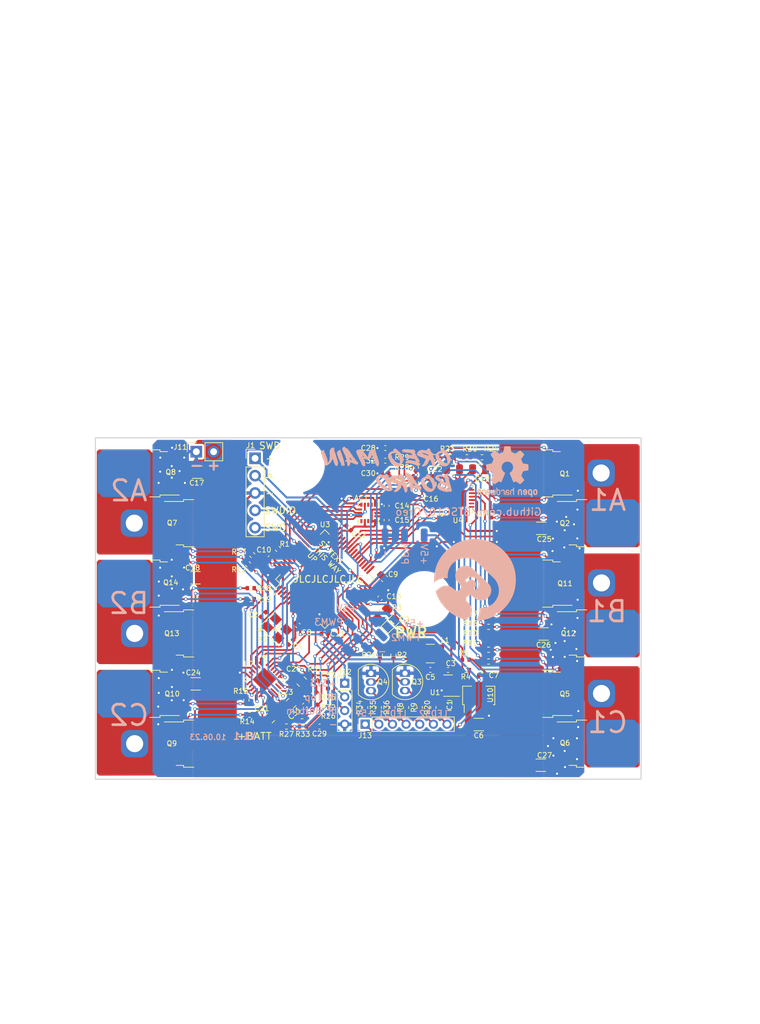
<source format=kicad_pcb>
(kicad_pcb (version 20211014) (generator pcbnew)
  (layers (0 "F.Cu" signal) (31 "B.Cu" signal) (34 "B.Paste" user) (35 "F.Paste" user) (36 "B.SilkS" user "B.Silkscreen") (37 "F.SilkS" user "F.Silkscreen") (38 "B.Mask" user) (39 "F.Mask" user) (44 "Edge.Cuts" user))
  (net 0 "")
  (net 1 "+BATT")
  (net 2 "GND")
  (net 3 "+3V3")
  (net 4 "+3.3VA")
  (net 5 "/BOOT0")
  (net 20 "SWDIO")
  (net 21 "SWDCLK")
  (net 22 "SPIx_ENA")
  (net 24 "SWO")
  (net 27 "SPIx_SCK")
  (net 28 "SPIx_MOSI")
  (net 29 "SPIx_MISO")
  (net 32 "A1_INL")
  (net 33 "B1_INL")
  (net 34 "C1_INL")
  (net 36 "A1")
  (net 37 "/GLA1")
  (net 39 "A1_INH")
  (net 40 "B1_INH")
  (net 41 "C1_INH")
  (net 42 "/GHA1")
  (net 43 "/BSTA1")
  (net 44 "IR_top")
  (net 45 "IR_bottom")
  (net 46 "/GHA1'")
  (net 47 "/GHC1'")
  (net 48 "C1")
  (net 49 "/GLC1'")
  (net 50 "/GHA2'")
  (net 51 "A2")
  (net 52 "/GLA2'")
  (net 53 "/GHC2'")
  (net 54 "/GLC2'")
  (net 55 "/GHB1'")
  (net 56 "B1")
  (net 57 "/GLB1'")
  (net 58 "/GHB2'")
  (net 59 "/GLB2'")
  (net 60 "/GLC1")
  (net 61 "/GLB1")
  (net 62 "/GHC1")
  (net 63 "/BSTC1")
  (net 64 "/GHB1")
  (net 65 "/BSTB1")
  (net 67 "/GLC2")
  (net 68 "/GLB2")
  (net 69 "/GLA2")
  (net 70 "/GHC2")
  (net 71 "/BSTC2")
  (net 72 "/GHB2")
  (net 73 "/BSTB2")
  (net 74 "/GHA2")
  (net 75 "/BSTA2")
  (net 77 "C2")
  (net 78 "B2")
  (net 79 "A2_INL")
  (net 80 "B2_INL")
  (net 81 "C2_INL")
  (net 82 "A2_INH")
  (net 83 "B2_INH")
  (net 84 "C2_INH")
  (net 85 "/GLA1'")
  (net 86 "M2_COM")
  (net 87 "M1_COM")
  (net 88 "A1_Vsense")
  (net 89 "B1_Vsense")
  (net 90 "C1_Vsense")
  (net 91 "A2_Vsense")
  (net 92 "B2_Vsense")
  (net 93 "C2_Vsense")
  (net 94 "/OSC_in")
  (net 95 "/OSC_out")
  (net 96 "/PWR_LED")
  (net 97 "VDC_sense")
  (net 98 "Heading_Red")
  (net 99 "Heading_Green")
  (net 100 "Heading_Blue")
  (net 101 "+5V")
  (net 102 "PPM")
  (net 103 "PWM2")
  (net 104 "PWM3")
  (net 105 "Net-(J13-Pad2)")
  (net 106 "Net-(J13-Pad3)")
  (net 107 "Net-(J13-Pad4)")
  (net 108 "Net-(J13-Pad5)")
  (net 109 "Net-(J13-Pad6)")
  (net 110 "Net-(J13-Pad7)")
  (net 111 "Net-(Q3-Pad2)")
  (net 112 "Net-(Q3-Pad3)")
  (net 113 "Net-(Q4-Pad3)")
  (net 114 "Net-(Q4-Pad2)")
  (footprint "Capacitor_SMD:C_0805_2012Metric" (layer "F.Cu") (at 115.214403 52.7558 -90)
    (fp_text reference "C16")
    (fp_text value "1u")
  )
  (footprint "Resistor_SMD:R_0402_1005Metric" (layer "F.Cu") (at 118.0592 48.8442 180)
    (fp_text reference "R23")
    (fp_text value "82K")
  )
  (footprint "LED_SMD:LED_0603_1608Metric" (layer "F.Cu") (at 109.452129 73.083238 45)
    (fp_text reference "D2")
    (fp_text value "Green LED")
  )
  (footprint "Resistor_SMD:R_0402_1005Metric" (layer "F.Cu") (at 98.044 83.6168 45)
    (fp_text reference "R25")
    (fp_text value "82K")
  )
  (footprint "Resistor_SMD:R_0402_1005Metric" (layer "F.Cu") (at 88.773 69.6214 180)
    (fp_text reference "R19")
    (fp_text value "20R")
  )
  (footprint "Capacitor_SMD:C_0805_2012Metric" (layer "F.Cu") (at 96.25 81.7 135)
    (fp_text reference "C20")
    (fp_text value "1u")
  )
  (footprint "Resistor_SMD:R_0402_1005Metric" (layer "F.Cu") (at 123.6472 71.7804)
    (fp_text reference "R17")
    (fp_text value "20R")
  )
  (footprint "Capacitor_SMD:C_0805_2012Metric" (layer "F.Cu") (at 118.432979 50.5968 180)
    (fp_text reference "C22")
    (fp_text value "1u")
  )
  (footprint "Package_TO_SOT_SMD:TO-252-2" (layer "F.Cu") (at 130.6 51.2 180)
    (fp_text reference "Q1")
    (fp_text value "G35N02K")
  )
  (footprint "Capacitor_SMD:C_0402_1005Metric" (layer "F.Cu") (at 98.85 88.3)
    (fp_text reference "C29")
    (fp_text value "C")
  )
  (footprint "Resistor_SMD:R_0402_1005Metric" (layer "F.Cu") (at 105.55 85.5 90)
    (fp_text reference "R34")
    (fp_text value "40R")
  )
  (footprint "Resistor_SMD:R_0402_1005Metric" (layer "F.Cu") (at 89.0016 63.1698 135)
    (fp_text reference "R13")
    (fp_text value "20R")
  )
  (footprint "Capacitor_SMD:C_0402_1005Metric" (layer "F.Cu") (at 117.7 80 180)
    (fp_text reference "C3")
    (fp_text value "10uF")
  )
  (footprint "Resistor_SMD:R_0402_1005Metric" (layer "F.Cu") (at 124.0536 53.8734 -90)
    (fp_text reference "R6")
    (fp_text value "20R")
  )
  (footprint "Capacitor_SMD:C_0805_2012Metric" (layer "F.Cu") (at 91.567 87.0712 45)
    (fp_text reference "C21")
    (fp_text value "1u")
  )
  (footprint "Resistor_SMD:R_0402_1005Metric" (layer "F.Cu") (at 120.4722 48.8442 180)
    (fp_text reference "R30")
    (fp_text value "14K")
  )
  (footprint "Connector_PinHeader_2.00mm:PinHeader_1x07_P2.00mm_Vertical" (layer "F.Cu") (at 105.55 87.95 90)
    (fp_text reference "J13")
    (fp_text value "Heading LED connector")
  )
  (footprint "Capacitor_SMD:C_0402_1005Metric" (layer "F.Cu") (at 115.1 80)
    (fp_text reference "C5")
    (fp_text value "10uF")
  )
  (footprint "Capacitor_SMD:C_0603_1608Metric" (layer "F.Cu") (at 108.3818 66.6242 -45)
    (fp_text reference "C9")
    (fp_text value "4u7F")
  )
  (footprint "Capacitor_SMD:C_0402_1005Metric" (layer "F.Cu") (at 96.7 85.2 45)
    (fp_text reference "C31")
    (fp_text value "C")
  )
  (footprint "Resistor_SMD:R_0402_1005Metric" (layer "F.Cu") (at 120.3 80 180)
    (fp_text reference "R4")
    (fp_text value "82K")
  )
  (footprint "Capacitor_SMD:C_0805_2012Metric" (layer "F.Cu") (at 122.250204 50.5968 180)
    (fp_text reference "C19")
    (fp_text value "1u")
  )
  (footprint "Resistor_SMD:R_0402_1005Metric" (layer "F.Cu") (at 88.138 84.4296 -90)
    (fp_text reference "R15")
    (fp_text value "20R")
  )
  (footprint "Resistor_SMD:R_0402_1005Metric" (layer "F.Cu") (at 107.55 85.5 90)
    (fp_text reference "R35")
    (fp_text value "40R")
  )
  (footprint "Connector_PinSocket_2.54mm:PinSocket_1x02_P2.54mm_Vertical" (layer "F.Cu") (at 80.792 48.0318 90)
    (fp_text reference "J11")
    (fp_text value "Conn_01x02_Female" hide)
  )
  (footprint "Resistor_SMD:R_0402_1005Metric" (layer "F.Cu") (at 88.773 68.0212 180)
    (fp_text reference "R18")
    (fp_text value "20R")
  )
  (footprint "Resistor_SMD:R_0402_1005Metric" (layer "F.Cu") (at 109.55 85.5 90)
    (fp_text reference "R36")
    (fp_text value "40R")
  )
  (footprint "Capacitor_SMD:C_0402_1005Metric" (layer "F.Cu") (at 99.6188 74.7014 180)
    (fp_text reference "C11")
    (fp_text value "100nF")
  )
  (footprint "" (layer "F.Cu") (at 71.75 90.8)
    (fp_text reference "")
    (fp_text value "")
  )
  (footprint "Capacitor_SMD:C_0402_1005Metric" (layer "F.Cu") (at 122.7 80.8)
    (fp_text reference "C7")
    (fp_text value "10uF")
  )
  (footprint "Connector_PinHeader_2.54mm:PinHeader_1x05_P2.54mm_Vertical" (layer "F.Cu") (at 89.408 49.0016)
    (fp_text reference "J1")
    (fp_text value "SWD")
  )
  (footprint "Package_TO_SOT_SMD:SOT-23" (layer "F.Cu") (at 117.7 82.3 180)
    (fp_text reference "U1")
    (fp_text value "AP7375-33SA-7")
  )
  (footprint "Capacitor_SMD:C_1206_3216Metric" (layer "F.Cu") (at 131.6972 74.7268)
    (fp_text reference "C26")
    (fp_text value "10uF")
  )
  (footprint "Resistor_SMD:R_0402_1005Metric" (layer "F.Cu") (at 112.9792 50.3174 90)
    (fp_text reference "R28")
    (fp_text value "14K")
  )
  (footprint "Capacitor_SMD:C_0402_1005Metric" (layer "F.Cu") (at 107.7214 69.4944 -135)
    (fp_text reference "C13")
    (fp_text value "100nF")
  )
  (footprint "MountingHole:MountingHole_3.2mm_M3" (layer "F.Cu") (at 114.2238 69.6214)
    (fp_text reference "REF**" hide)
    (fp_text value "MountingHole_3.2mm_M3" hide)
  )
  (footprint "Package_TO_SOT_SMD:SOT-89-3" (layer "F.Cu") (at 122.1994 84.0375 90)
    (fp_text reference "U10")
    (fp_text value "PJ73AL50SQ")
  )
  (footprint "Package_TO_SOT_SMD:TO-252-2" (layer "F.Cu") (at 130.6 83.5 180)
    (fp_text reference "Q5")
    (fp_text value "G35N02K")
  )
  (footprint "Resistor_SMD:R_0402_1005Metric" (layer "F.Cu") (at 123.6472 73.6854)
    (fp_text reference "R16")
    (fp_text value "20R")
  )
  (footprint "Resistor_SMD:R_0402_1005Metric" (layer "F.Cu") (at 122.682 48.844199 180)
    (fp_text reference "R24")
    (fp_text value "82K")
  )
  (footprint "Capacitor_SMD:C_1206_3216Metric" (layer "F.Cu") (at 80.6704 66.4972 180)
    (fp_text reference "C18")
    (fp_text value "10uF")
  )
  (footprint "Resistor_SMD:R_0402_1005Metric" (layer "F.Cu") (at 109.7 77.8 -90)
    (fp_text reference "R2")
    (fp_text value "300R")
  )
  (footprint "Resistor_SMD:R_0402_1005Metric" (layer "F.Cu") (at 88.392 64.516 135)
    (fp_text reference "R12")
    (fp_text value "20R")
  )
  (footprint "Package_TO_SOT_SMD:TO-252-2" (layer "F.Cu") (at 81.4 90.8)
    (fp_text reference "Q9")
    (fp_text value "G35N02K")
  )
  (footprint "Resistor_SMD:R_0402_1005Metric" (layer "F.Cu") (at 98.171 85.471 45)
    (fp_text reference "R32")
    (fp_text value "14K")
  )
  (footprint "Capacitor_SMD:C_0402_1005Metric" (layer "F.Cu") (at 108.6866 55.9562 90)
    (fp_text reference "C14")
    (fp_text value "10uF")
  )
  (footprint "Resistor_SMD:R_0402_1005Metric" (layer "F.Cu") (at 123.9774 57.1754 -90)
    (fp_text reference "R7")
    (fp_text value "20R")
  )
  (footprint "Capacitor_SMD:C_0805_2012Metric" (layer "F.Cu") (at 94.6912 84.8868 45)
    (fp_text reference "C23")
    (fp_text value "1u")
  )
  (footprint "Capacitor_SMD:C_0805_2012Metric" (layer "F.Cu") (at 117.9 85.2 180)
    (fp_text reference "C1")
    (fp_text value "1uF")
  )
  (footprint "" (layer "F.Cu") (at 140.2 83.45)
    (fp_text reference "")
    (fp_text value "")
  )
  (footprint "Capacitor_SMD:C_0402_1005Metric" (layer "F.Cu") (at 91.6432 63.6016 45)
    (fp_text reference "C10")
    (fp_text value "100nF")
  )
  (footprint "Package_TO_SOT_SMD:TO-252-2" (layer "F.Cu") (at 73 51.2 180)
    (fp_text reference "Q8")
    (fp_text value "G35N02K")
  )
  (footprint "Package_TO_SOT_SMD:TO-252-2" (layer "F.Cu") (at 130.6 67.35 180)
    (fp_text reference "Q11")
    (fp_text value "G35N02K")
  )
  (footprint "Capacitor_SMD:C_1206_3216Metric" (layer "F.Cu") (at 122.2 88)
    (fp_text reference "C6")
    (fp_text value "10uF")
  )
  (footprint "Connector_PinHeader_2.00mm:PinHeader_1x04_P2.00mm_Vertical" (layer "F.Cu") (at 102.55 81.95)
    (fp_text reference "J12")
    (fp_text value "IR Connector")
  )
  (footprint "MountingHole:MountingHole_3.2mm_M3" (layer "F.Cu") (at 95.5294 49.9364)
    (fp_text reference "REF**" hide)
    (fp_text value "MountingHole_3.2mm_M3" hide)
  )
  (footprint "Package_TO_SOT_SMD:TO-252-2" (layer "F.Cu") (at 73 67.35 180)
    (fp_text reference "Q14")
    (fp_text value "G35N02K")
  )
  (footprint "Resistor_SMD:R_0402_1005Metric" (layer "F.Cu") (at 98.171 81.1784 -45)
    (fp_text reference "R31")
    (fp_text value "14K")
  )
  (footprint "Capacitor_SMD:C_1206_3216Metric" (layer "F.Cu") (at 80.9498 51.0286 180)
    (fp_text reference "C17")
    (fp_text value "10uF")
  )
  (footprint "Capacitor_SMD:C_1206_3216Metric" (layer "F.Cu") (at 131.3688 59.2582)
    (fp_text reference "C25")
    (fp_text value "10uF")
  )
  (footprint "Package_TO_SOT_SMD:TO-252-2" (layer "F.Cu") (at 139 74.65)
    (fp_text reference "Q12")
    (fp_text value "G35N02K")
  )
  (footprint "Package_TO_SOT_SMD:TO-252-2" (layer "F.Cu") (at 81.4 58.5)
    (fp_text reference "Q7")
    (fp_text value "G35N02K")
  )
  (footprint "Capacitor_SMD:C_0402_1005Metric" (layer "F.Cu") (at 108.5 51.2 180)
    (fp_text reference "C30")
    (fp_text value "C")
  )
  (footprint "Package_DFN_QFN:VQFN-24-1EP_4x4mm_P0.5mm_EP2.45x2.45mm" (layer "F.Cu") (at 90.7542 81.407 -45)
    (fp_text reference "U7")
    (fp_text value "DRV8300DRGER")
  )
  (footprint "Resistor_SMD:R_0402_1005Metric" (layer "F.Cu") (at 120.3 78.5)
    (fp_text reference "R5")
    (fp_text value "14K")
  )
  (footprint "Package_DFN_QFN:VQFN-24-1EP_4x4mm_P0.5mm_EP2.45x2.45mm" (layer "F.Cu") (at 119.1514 54.864 90)
    (fp_text reference "U4")
    (fp_text value "DRV8300DRGER")
  )
  (footprint "Resistor_SMD:R_0402_1005Metric" (layer "F.Cu") (at 107.7 77.8 -90)
    (fp_text reference "R21")
    (fp_text value "300R")
  )
  (footprint "Package_TO_SOT_SMD:TO-252-2" (layer "F.Cu") (at 139 90.8)
    (fp_text reference "Q6")
    (fp_text value "G35N02K")
  )
  (footprint "Resistor_SMD:R_0402_1005Metric" (layer "F.Cu") (at 123.6472 78.7654)
    (fp_text reference "R11")
    (fp_text value "20R")
  )
  (footprint "Resistor_SMD:R_0402_1005Metric" (layer "F.Cu") (at 88.5952 86.5632 180)
    (fp_text reference "R14")
    (fp_text value "20R")
  )
  (footprint "Inductor_SMD:L_1210_3225Metric" (layer "F.Cu") (at 115.1 77.6 180)
    (fp_text reference "L1")
    (fp_text value "1mH")
  )
  (footprint "Resistor_SMD:R_0402_1005Metric" (layer "F.Cu") (at 92.7608 62.2808 135)
    (fp_text reference "R1")
    (fp_text value "82K")
  )
  (footprint "Resistor_SMD:R_0402_1005Metric" (layer "F.Cu") (at 96.2934 86.7664)
    (fp_text reference "R26")
    (fp_text value "82K")
  )
  (footprint "Capacitor_SMD:C_0402_1005Metric" (layer "F.Cu") (at 103.1 59.2 -45)
    (fp_text reference "C12")
    (fp_text value "100nF")
  )
  (footprint "Connector_Wire:SolderWire-2.5sqmm_1x01_D2.4mm_OD3.6mm" (layer "F.Cu") (at 140.2 67.25)
    (fp_text reference "REF**" hide)
    (fp_text value "SolderWire-2.5sqmm_1x01_D2.4mm_OD3.6mm")
  )
  (footprint "Resistor_SMD:R_0402_1005Metric" (layer "F.Cu") (at 115.697 48.8442 180)
    (fp_text reference "R29")
    (fp_text value "14K")
  )
  (footprint "Capacitor_SMD:C_0402_1005Metric" (layer "F.Cu") (at 95.6818 73.4568 135)
    (fp_text reference "C8")
    (fp_text value "10nF")
  )
  (footprint "Resistor_SMD:R_0805_2012Metric" (layer "F.Cu") (at 108.12305 71.790083 45)
    (fp_text reference "R3")
    (fp_text value "500R")
  )
  (footprint "Resistor_SMD:R_0402_1005Metric" (layer "F.Cu") (at 115.55 85.5 90)
    (fp_text reference "R20")
    (fp_text value "40R")
  )
  (footprint "Package_TO_SOT_SMD:TO-252-2" (layer "F.Cu") (at 73 83.5 180)
    (fp_text reference "Q10")
    (fp_text value "G35N02K")
  )
  (footprint "" (layer "F.Cu") (at 140.15 51.15)
    (fp_text reference "")
    (fp_text value "")
  )
  (footprint "Resistor_SMD:R_0402_1005Metric" (layer "F.Cu") (at 113.0046 52.5272 90)
    (fp_text reference "R22")
    (fp_text value "82K")
  )
  (footprint "Package_QFP:LQFP-64_10x10mm_P0.5mm" (layer "F.Cu") (at 99.6442 66.7004 45)
    (fp_text reference "U3")
    (fp_text value "STM32F303RBTx")
  )
  (footprint "Resistor_SMD:R_0402_1005Metric" (layer "F.Cu") (at 123.6472 77.0382)
    (fp_text reference "R10")
    (fp_text value "20R")
  )
  (footprint "Crystal:Crystal_SMD_3225-4Pin_3.2x2.5mm" (layer "F.Cu") (at 92.6338 73.914 -45)
    (fp_text reference "X1")
    (fp_text value "32MHz")
  )
  (footprint "" (layer "F.Cu") (at 71.75 74.65)
    (fp_text reference "")
    (fp_text value "")
  )
  (footprint "Capacitor_SMD:C_0402_1005Metric" (layer "F.Cu") (at 90.611476 71.891676 45)
    (fp_text reference "C2")
    (fp_text value "20pF")
  )
  (footprint "Resistor_SMD:R_0402_1005Metric" (layer "F.Cu") (at 111.55 85.5 90)
    (fp_text reference "R8")
    (fp_text value "40R")
  )
  (footprint "Package_TO_SOT_THT:TO-92_Inline" (layer "F.Cu") (at 106.4 80.5 -90)
    (fp_text reference "Q4")
    (fp_text value "KSP2222A")
  )
  (footprint "Package_TO_SOT_SMD:TO-252-2" (layer "F.Cu") (at 81.4 74.65)
    (fp_text reference "Q13")
    (fp_text value "G35N02K")
  )
  (footprint "Capacitor_SMD:C_0402_1005Metric" (layer "F.Cu") (at 108.5 49.35 180)
    (fp_text reference "C32")
    (fp_text value "C")
  )
  (footprint "Capacitor_SMD:C_0402_1005Metric" (layer "F.Cu") (at 100.1 82.25 -90)
    (fp_text reference "C33")
    (fp_text value "C")
  )
  (footprint "KiCad:H3LIS331DLTR" (layer "F.Cu") (at 106 56.9976 -90)
    (fp_text reference "AC1")
    (fp_text value "H3LIS331DLTR" hide)
  )
  (footprint "Capacitor_SMD:C_0402_1005Metric" (layer "F.Cu") (at 108.5 47.5 180)
    (fp_text reference "C28")
    (fp_text value "C")
  )
  (footprint "Capacitor_SMD:C_0402_1005Metric" (layer "F.Cu") (at 108.6866 58.039 -90)
    (fp_text reference "C15")
    (fp_text value "100nF")
  )
  (footprint "Capacitor_SMD:C_1206_3216Metric" (layer "F.Cu") (at 80.6958 82.042 180)
    (fp_text reference "C24")
    (fp_text value "10uF")
  )
  (footprint "Resistor_SMD:R_0402_1005Metric" (layer "F.Cu") (at 96.4184 88.2904)
    (fp_text reference "R33")
    (fp_text value "14K")
  )
  (footprint "Package_TO_SOT_SMD:TO-252-2" (layer "F.Cu") (at 139 58.5)
    (fp_text reference "Q2")
    (fp_text value "G35N02K")
  )
  (footprint "" (layer "F.Cu") (at 71.7 58.5)
    (fp_text reference "")
    (fp_text value "")
  )
  (footprint "Capacitor_SMD:C_1206_3216Metric" (layer "F.Cu") (at 131.2908 93.9546)
    (fp_text reference "C27")
    (fp_text value "10uF")
  )
  (footprint "Capacitor_SMD:C_0402_1005Metric" (layer "F.Cu") (at 94.656126 75.936326 45)
    (fp_text reference "C4")
    (fp_text value "20pF")
  )
  (footprint "Resistor_SMD:R_0402_1005Metric" (layer "F.Cu") (at 113.55 85.5 90)
    (fp_text reference "R9")
    (fp_text value "40R")
  )
  (footprint "Package_TO_SOT_THT:TO-92_Inline" (layer "F.Cu") (at 111.39 80.48 -90)
    (fp_text reference "Q3")
    (fp_text value "KSP2222A")
  )
  (footprint "Resistor_SMD:R_0402_1005Metric" (layer "F.Cu") (at 94.0054 88.2904)
    (fp_text reference "R27")
    (fp_text value "82K")
  )
  (footprint "Connector_Wire:SolderWirePad_1x01_SMD_1x2mm" (layer "B.Cu") (at 107.8992 74.8792 -135)
    (fp_text reference "J6" hide)
    (fp_text value "Conn_01x01_Female")
  )
  (footprint "Symbol:OSHW-Logo2_9.8x8mm_SilkScreen" (layer "B.Cu") (at 126.4 50.95 180)
    (fp_text reference "REF**" hide)
    (fp_text value "OSHW-Logo2_9.8x8mm_SilkScreen" hide)
  )
  (footprint "LOGO" (layer "B.Cu") (at 108.516014 50.775947 180)
    (fp_text reference "G***" hide)
    (fp_text value "LOGO" hide)
  )
  (footprint "LOGO" (layer "B.Cu") (at 121.65 66.8 180)
    (fp_text reference "G***" hide)
    (fp_text value "LOGO" hide)
  )
  (footprint "Connector_Wire:SolderWirePad_1x01_SMD_1x2mm" (layer "B.Cu") (at 105.423958 71.334642 -135)
    (fp_text reference "J4" hide)
    (fp_text value "Conn_01x01_Female")
  )
  (footprint "Connector_Wire:SolderWirePad_1x01_SMD_1x2mm" (layer "B.Cu") (at 114.2 60.2742 180)
    (fp_text reference "J2" hide)
    (fp_text value "Conn_01x01_Female")
  )
  (footprint "Connector_Wire:SolderWirePad_1x01_SMD_1x2mm" (layer "B.Cu") (at 105.878643 76.899758 -135)
    (fp_text reference "J8" hide)
    (fp_text value "Conn_01x01_Female")
  )
  (footprint "Connector_Wire:SolderWirePad_1x01_SMD_1x2mm" (layer "B.Cu") (at 101.382842 75.375758 45)
    (fp_text reference "J9" hide)
    (fp_text value "Conn_01x01_Female")
  )
  (footprint "Connector_Wire:SolderWirePad_1x01_SMD_1x2mm" (layer "B.Cu") (at 111.3155 60.2742 180)
    (fp_text reference "J5" hide)
    (fp_text value "Conn_01x01_Female")
  )
  (footprint "Connector_Wire:SolderWirePad_1x01_SMD_1x2mm" (layer "B.Cu") (at 103.4034 73.3552 -135)
    (fp_text reference "J7" hide)
    (fp_text value "Conn_01x01_Female")
  )
  (footprint "Connector_Wire:SolderWirePad_1x01_SMD_1x2mm" (layer "B.Cu") (at 109.919758 72.858643 -135)
    (fp_text reference "J3" hide)
    (fp_text value "Conn_01x01_Female")
  )
  (footprint "Connector_Wire:SolderWirePad_1x01_SMD_1x2mm" (layer "B.Cu") (at 108.458 60.2742 180)
    (fp_text reference "J10" hide)
    (fp_text value "Conn_01x01_Female")
  )
  (gr_line (start 111.55 87.05) (end 112.4 87.4) (layer "B.SilkS") (width 0.15))
  (gr_line (start 113.6 87.05) (end 112.75 87.4) (layer "B.SilkS") (width 0.15))
  (gr_line (start 107.55 87.05) (end 111.55 87.05) (layer "B.SilkS") (width 0.15))
  (gr_line (start 113.55 87.05) (end 117.55 87.05) (layer "B.SilkS") (width 0.15))
  (gr_line (start 117.55 87.05) (end 118.4 87.4) (layer "B.SilkS") (width 0.15))
  (gr_line (start 107.55 87.05) (end 106.75 87.4) (layer "B.SilkS") (width 0.15))
  (gr_line (start 91.3375 51.825) (end 91.3375 51.3) (layer "F.SilkS") (width 0.15))
  (gr_line (start 91.3375 51.3) (end 91.75 51.3) (layer "F.SilkS") (width 0.15))
  (gr_circle (center 90.75 78.05) (end 90.750001 78.05) (layer "F.SilkS") (width 0.3) (fill none))
  (gr_line (start 93.15 73.35) (end 92.3 74.25) (layer "F.SilkS") (width 0.15))
  (gr_poly (pts (xy 109.8 73.25) (xy 109.3 73.25) (xy 109.3 72.75)) (layer "F.SilkS") (width 0.1) (fill solid))
  (gr_line (start 91.75 51.825) (end 92.05 51.825) (layer "F.SilkS") (width 0.15))
  (gr_circle (center 116.8 57.25) (end 116.800001 57.25) (layer "F.SilkS") (width 0.3) (fill none))
  (gr_line (start 91.75 51.3) (end 91.75 51.825) (layer "F.SilkS") (width 0.15))
  (gr_circle (center 90.1 74.2) (end 90.100001 74.2) (layer "F.SilkS") (width 0.3) (fill none))
  (gr_line (start 92.3 74.25) (end 92.8 74.25) (layer "F.SilkS") (width 0.15))
  (gr_line (start 92.3 74.25) (end 92.3 73.75) (layer "F.SilkS") (width 0.15))
  (gr_circle (center 92.1766 68.8848) (end 92.1766 68.9102) (layer "F.SilkS") (width 0.15) (fill none))
  (gr_line (start 91.05 51.825) (end 91.3375 51.825) (layer "F.SilkS") (width 0.15))
  (gr_rect (start 66 46) (end 146 96) (layer "Edge.Cuts") (width 0.15) (fill none))
  (gr_text "-" (at 100.85 87.95) (layer "B.SilkS") (effects (font (size 1 1)) (justify mirror)))
  (gr_text "-" (at 99.15 75) (layer "B.SilkS") (effects (font (size 1 1)) (justify mirror)))
  (gr_text "C1" (at 141.1 87.7) (layer "B.SilkS") (effects (font (size 3 3) (thickness 0.4)) (justify mirror)))
  (gr_text "IR Top" (at 99.05 84) (layer "B.SilkS") (effects (font (size 1 1)) (justify mirror)))
  (gr_text "PWM2" (at 111.45 75.25) (layer "B.SilkS") (effects (font (size 1 1)) (justify mirror)))
  (gr_text "+3V3" (at 99.45 81.95) (layer "B.SilkS") (effects (font (size 1 1)) (justify mirror)))
  (gr_text "LEDS1" (at 109.55 86.4) (layer "B.SilkS") (effects (font (size 0.9 0.9)) (justify mirror)))
  (gr_text "LEDS2" (at 115.55 86.4) (layer "B.SilkS") (effects (font (size 0.9 0.9)) (justify mirror)))
  (gr_text "-" (at 108.4 63.05 90) (layer "B.SilkS") (effects (font (size 1 1)) (justify mirror)))
  (gr_text "PPM" (at 111.3282 63 270) (layer "B.SilkS") (effects (font (size 1 1)) (justify mirror)))
  (gr_text "A2" (at 70.9 53.75) (layer "B.SilkS") (effects (font (size 3 3) (thickness 0.4)) (justify mirror)))
  (gr_text "A1" (at 141.1 55.15) (layer "B.SilkS") (effects (font (size 3 3) (thickness 0.4)) (justify mirror)))
  (gr_text "-" (at 108.05 77.25) (layer "B.SilkS") (effects (font (size 1 1)) (justify mirror)))
  (gr_text "Github.com/BTSC10/Oreo" (at 120.7 56.85) (layer "B.SilkS") (effects (font (size 1.1 1.1) (thickness 0.16)) (justify mirror)))
  (gr_text "-" (at 80.8 50) (layer "B.SilkS") (effects (font (size 1.5 1.5) (thickness 0.3)) (justify mirror)))
  (gr_text "10.06.23" (at 82.5 89.85) (layer "B.SilkS") (effects (font (size 0.8 0.8)) (justify mirror)))
  (gr_text "+5V" (at 114.2 63.1 270) (layer "B.SilkS") (effects (font (size 1 1)) (justify mirror)))
  (gr_text "+" (at 83.35 50) (layer "B.SilkS") (effects (font (size 1.5 1.5) (thickness 0.3)) (justify mirror)))
  (gr_text "+5V" (at 102.9 70.95) (layer "B.SilkS") (effects (font (size 1 1)) (justify mirror)))
  (gr_text "B2" (at 70.9 70.25) (layer "B.SilkS") (effects (font (size 3 3) (thickness 0.4)) (justify mirror)))
  (gr_text "C2" (at 70.9 86.65) (layer "B.SilkS") (effects (font (size 3 3) (thickness 0.4)) (justify mirror)))
  (gr_text "V1.1" (at 87.85 89.7) (layer "B.SilkS") (effects (font (size 1 1) (thickness 0.2)) (justify mirror)))
  (gr_text "B1" (at 141 71.45) (layer "B.SilkS") (effects (font (size 3 3) (thickness 0.4)) (justify mirror)))
  (gr_text "+5V" (at 112.7 73.2) (layer "B.SilkS") (effects (font (size 1 1)) (justify mirror)))
  (gr_text "PWM3" (at 100.2 73) (layer "B.SilkS") (effects (font (size 1 1)) (justify mirror)))
  (gr_text "IR Bottom" (at 97.7 86) (layer "B.SilkS") (effects (font (size 1 1)) (justify mirror)))
  (gr_text "+5V" (at 105.55 86.35) (layer "B.SilkS") (effects (font (size 0.9 0.9)) (justify mirror)))
  (gr_text "ST TEXT\nTHIS WAY \nUP" (at 98.05 62.05 -45) (layer "F.SilkS") (effects (font (size 0.75 0.75) (thickness 0.13)) (justify left)))
  (gr_text "SWD" (at 91.55 47.15) (layer "F.SilkS") (effects (font (size 1 1))))
  (gr_text "+BATT" (at 89.3 89.7) (layer "F.SilkS") (effects (font (size 1 1.1))))
  (gr_text "PWR" (at 112.275 74.525) (layer "F.SilkS") (effects (font (size 1.5 1.5) (thickness 0.3))))
  (gr_text "SWO" (at 92.4 59.15) (layer "F.SilkS") (effects (font (size 1 1))))
  (gr_text "JLCJLCJLCJLC" (at 100.2 66.7) (layer "F.SilkS") (effects (font (size 1 1) (thickness 0.16))))
  (gr_text "+" (at 91.55 49) (layer "F.SilkS") (effects (font (size 1 1))))
  (gr_text "SWDIO" (at 93.1 56.65) (layer "F.SilkS") (effects (font (size 1 1))))
  (gr_text "-" (at 91.55 54.1) (layer "F.SilkS") (effects (font (size 1 1))))
  (segment (start 89.170002 80.178402) (end 88.6714 79.6798) (width 0.25) (layer "F.Cu") (net 1))
  (segment (start 118.6375 83.25) (end 118.6375 83.9375) (width 0.45) (layer "F.Cu") (net 1))
  (segment (start 120.725 88) (end 120.7 87.975) (width 0.8) (layer "F.Cu") (net 1))
  (segment (start 120.81 80) (end 120.81 80.89) (width 0.25) (layer "F.Cu") (net 1))
  (segment (start 88.6714 79.6798) (end 86.233 79.6798) (width 0.25) (layer "F.Cu") (net 1))
  (segment (start 118.6375 83.9375) (end 118.85 84.15) (width 0.45) (layer "F.Cu") (net 1))
  (segment (start 120.81 80.89) (end 118.6375 83.0625) (width 0.25) (layer "F.Cu") (net 1))
  (segment (start 120.725 88) (end 120.725 90.475) (width 0.9) (layer "F.Cu") (net 1))
  (segment (start 119.4014 59.559) (end 120.2944 60.452) (width 0.25) (layer "F.Cu") (net 1))
  (segment (start 118.85 84.15) (end 118.85 85.2) (width 0.45) (layer "F.Cu") (net 1))
  (segment (start 120.7 87.975) (end 120.7 85.6881) (width 0.9) (layer "F.Cu") (net 1))
  (segment (start 119.6 85.2) (end 120.0875 85.6875) (width 0.45) (layer "F.Cu") (net 1))
  (segment (start 118.6375 83.0625) (end 118.6375 83.25) (width 0.25) (layer "F.Cu") (net 1))
  (segment (start 120.2944 60.452) (end 126.0856 60.452) (width 0.25) (layer "F.Cu") (net 1))
  (segment (start 120.0875 85.6875) (end 120.6994 85.6875) (width 0.45) (layer "F.Cu") (net 1))
  (segment (start 118.85 85.2) (end 119.6 85.2) (width 0.45) (layer "F.Cu") (net 1))
  (segment (start 119.4014 56.8515) (end 119.4014 59.559) (width 0.25) (layer "F.Cu") (net 1))
  (segment (start 89.172049 80.178402) (end 89.170002 80.178402) (width 0.25) (layer "F.Cu") (net 1))
  (segment (start 120.7 85.6881) (end 120.6994 85.6875) (width 0.9) (layer "F.Cu") (net 1))
  (segment (start 107.381989 69.833811) (end 107.448178 69.9) (width 0.3) (layer "F.Cu") (net 2))
  (segment (start 102.1 54.9) (end 102.8 55.6) (width 0.3) (layer "F.Cu") (net 2))
  (segment (start 87.6046 55.5954) (end 87.6046 59.9046) (width 0.3) (layer "F.Cu") (net 2))
  (segment (start 106.8 59) (end 105.8 59) (width 0.3) (layer "F.Cu") (net 2))
  (segment (start 102.147728 59.6) (end 103.378822 59.6) (width 0.3) (layer "F.Cu") (net 2))
  (segment (start 121.3 78.5) (end 123.18 80.38) (width 0.3) (layer "F.Cu") (net 2))
  (segment (start 89.408 54.0816) (end 89.1184 54.0816) (width 0.3) (layer "F.Cu") (net 2))
  (segment (start 97.039411 84.860589) (end 97.039411 84.239411) (width 0.25) (layer "F.Cu") (net 2))
  (segment (start 123.7 81.32) (end 123.7 85.6881) (width 0.3) (layer "F.Cu") (net 2))
  (segment (start 105.5 58.846622) (end 105.653378 59) (width 0.3) (layer "F.Cu") (net 2))
  (segment (start 106.8 59) (end 107 58.8) (width 0.3) (layer "F.Cu") (net 2))
  (segment (start 89.3 61.6) (end 90.320422 61.6) (width 0.3) (layer "F.Cu") (net 2))
  (segment (start 108.768285 71.144848) (end 108.9152 70.997933) (width 0.3) (layer "F.Cu") (net 2))
  (segment (start 123.7 87.975) (end 123.7 85.6881) (width 0.9) (layer "F.Cu") (net 2))
  (segment (start 107.448178 69.9) (end 108.5 69.9) (width 0.3) (layer "F.Cu") (net 2))
  (segment (start 87.6046 59.9046) (end 89.3 61.6) (width 0.3) (layer "F.Cu") (net 2))
  (segment (start 95.3 75.292452) (end 94.995537 75.596915) (width 0.3) (layer "F.Cu") (net 2))
  (segment (start 116.95 83.65) (end 116.7625 83.4625) (width 0.3) (layer "F.Cu") (net 2))
  (segment (start 107.9754 56.1874) (end 107.9754 55.7276) (width 0.3) (layer "F.Cu") (net 2))
  (segment (start 98.85 71.85) (end 99.4156 72.4156) (width 0.3) (layer "F.Cu") (net 2))
  (segment (start 89.1184 54.0816) (end 87.6046 55.5954) (width 0.3) (layer "F.Cu") (net 2))
  (segment (start 95.342389 73.117389) (end 95.759778 72.7) (width 0.3) (layer "F.Cu") (net 2))
  (segment (start 91.982611 63.262189) (end 91.982611 63.635005) (width 0.3) (layer "F.Cu") (net 2))
  (segment (start 95.3 73.159778) (end 95.3 75.292452) (width 0.3) (layer "F.Cu") (net 2))
  (segment (start 88.464942 80.88483) (end 87.971112 80.391) (width 0.25) (layer "F.Cu") (net 2))
  (segment (start 105.8 59) (end 105.3 59) (width 0.3) (layer "F.Cu") (net 2))
  (segment (start 107.2 56.4976) (end 106.7024 56.4976) (width 0.3) (layer "F.Cu") (net 2))
  (segment (start 103.378822 59.6) (end 103.439411 59.539411) (width 0.3) (layer "F.Cu") (net 2))
  (segment (start 100.95 87.95) (end 102.55 87.95) (width 0.25) (layer "F.Cu") (net 2))
  (segment (start 96.869484 71.950668) (end 97.620152 71.2) (width 0.3) (layer "F.Cu") (net 2))
  (segment (start 96.119474 72.7) (end 96.868806 71.950668) (width 0.3) (layer "F.Cu") (net 2))
  (segment (start 123.7 85.6881) (end 123.6994 85.6875) (width 0.3) (layer "F.Cu") (net 2))
  (segment (start 106.7024 56.4976) (end 106.5 56.7) (width 0.3) (layer "F.Cu") (net 2))
  (segment (start 120.2 58.4) (end 120.4014 58.1986) (width 0.3) (layer "F.Cu") (net 2))
  (segment (start 107.6652 56.4976) (end 107.837 56.3258) (width 0.3) (layer "F.Cu") (net 2))
  (segment (start 91.982611 62.337741) (end 92.400176 61.920176) (width 0.3) (layer "F.Cu") (net 2))
  (segment (start 96.868806 71.950668) (end 96.869484 71.950668) (width 0.3) (layer "F.Cu") (net 2))
  (segment (start 116.05 61.9) (end 115.8 62.15) (width 0.25) (layer "F.Cu") (net 2))
  (segment (start 100.999542 60.749542) (end 100.449084 61.3) (width 0.3) (layer "F.Cu") (net 2))
  (segment (start 101.358934 60.388794) (end 102.147728 59.6) (width 0.3) (layer "F.Cu") (net 2))
  (segment (start 116.7625 83.4625) (end 116.7625 82.3) (width 0.3) (layer "F.Cu") (net 2))
  (segment (start 117.22 80.98) (end 117.22 80) (width 0.3) (layer "F.Cu") (net 2))
  (segment (start 99.4156 72.4156) (end 99.4156 74.4246) (width 0.3) (layer "F.Cu") (net 2))
  (segment (start 107 58.1976) (end 106.5 58.1976) (width 0.3) (layer "F.Cu") (net 2))
  (segment (start 107 58.1976) (end 108.3652 58.1976) (width 0.3) (layer "F.Cu") (net 2))
  (segment (start 108.9152 69.16166) (end 108.9152 68.329816) (width 0.3) (layer "F.Cu") (net 2))
  (segment (start 116.95 85.2) (end 116.95 83.65) (width 0.3) (layer "F.Cu") (net 2))
  (segment (start 107 58.8) (end 107 58.1976) (width 0.3) (layer "F.Cu") (net 2))
  (segment (start 98.2 71.2) (end 98.85 71.85) (width 0.3) (layer "F.Cu") (net 2))
  (segment (start 95.759778 72.7) (end 96.119474 72.7) (width 0.3) (layer "F.Cu") (net 2))
  (segment (start 105.346622 59) (end 105.5 58.846622) (width 0.3) (layer "F.Cu") (net 2))
  (segment (start 91.3 66.1) (end 91.3 71.203152) (width 0.3) (layer "F.Cu") (net 2))
  (segment (start 95.342389 73.117389) (end 95.3 73.159778) (width 0.3) (layer "F.Cu") (net 2))
  (segment (start 124.841 59.6392) (end 120.6392 59.6392) (width 0.3) (layer "F.Cu") (net 2))
  (segment (start 120.4014 56.8515) (end 120.4014 57.4986) (width 0.25) (layer "F.Cu") (net 2))
  (segment (start 118.55 61.25) (end 116.7 61.25) (width 0.25) (layer "F.Cu") (net 2))
  (segment (start 104.3024 55.6) (end 104.5 55.7976) (width 0.3) (layer "F.Cu") (net 2))
  (segment (start 107.837 56.3258) (end 107.9754 56.1874) (width 0.3) (layer "F.Cu") (net 2))
  (segment (start 104.5 55.7976) (end 105 55.7976) (width 0.3) (layer "F.Cu") (net 2))
  (segment (start 87.971112 80.391) (end 87.1728 80.391) (width 0.25) (layer "F.Cu") (net 2))
  (segment (start 108.9152 70.997933) (end 108.9152 69.4848) (width 0.3) (layer "F.Cu") (net 2))
  (segment (start 107.9754 55.7276) (end 108.2268 55.4762) (width 0.3) (layer "F.Cu") (net 2))
  (segment (start 123.675 88) (end 123.7 87.975) (width 0.3) (layer "F.Cu") (net 2))
  (segment (start 102.8 55.6) (end 104.3024 55.6) (width 0.3) (layer "F.Cu") (net 2))
  (segment (start 123.18 80.8) (end 123.7 81.32) (width 0.3) (layer "F.Cu") (net 2))
  (segment (start 105.5 58.1976) (end 105.5 58.846622) (width 0.3) (layer "F.Cu") (net 2))
  (segment (start 117.22 80) (end 115.58 80) (width 0.3) (layer "F.Cu") (net 2))
  (segment (start 120.2 59.2) (end 120.2 58.4) (width 0.3) (layer "F.Cu") (net 2))
  (segment (start 108.929808 67.172208) (end 108.929808 68.315208) (width 0.3) (layer "F.Cu") (net 2))
  (segment (start 108.9152 69.4848) (end 108.9152 69.190876) (width 0.3) (layer "F.Cu") (net 2))
  (segment (start 100.449084 61.3) (end 100.2 61.3) (width 0.3) (layer "F.Cu") (net 2))
  (segment (start 91.982611 63.262189) (end 91.982611 62.337741) (width 0.3) (layer "F.Cu") (net 2))
  (segment (start 120.4014 58.1986) (end 120.4014 57.4986) (width 0.3) (layer "F.Cu") (net 2))
  (segment (start 124.85 61.25) (end 118.55 61.25) (width 0.25) (layer "F.Cu") (net 2))
  (segment (start 120.81 78.5) (end 121.3 78.5) (width 0.3) (layer "F.Cu") (net 2))
  (segment (start 116.7625 81.4375) (end 117.22 80.98) (width 0.3) (layer "F.Cu") (net 2))
  (segment (start 108.02 47.5) (end 107.35 47.5) (width 0.25) (layer "F.Cu") (net 2))
  (segment (start 116.7625 82.3) (end 116.7625 81.4375) (width 0.3) (layer "F.Cu") (net 2))
  (segment (start 99.4156 74.4246) (end 99.1388 74.7014) (width 0.3) (layer "F.Cu") (net 2))
  (segment (start 99.33 88.3) (end 100.6 88.3) (width 0.25) (layer "F.Cu") (net 2))
  (segment (start 120.6392 59.6392) (end 120.2 59.2) (width 0.3) (layer "F.Cu") (net 2))
  (segment (start 107.381989 69.833811) (end 107.373805 69.833811) (width 0.3) (layer "F.Cu") (net 2))
  (segment (start 108.9152 68.329816) (end 108.929808 68.315208) (width 0.3) (layer "F.Cu") (net 2))
  (segment (start 108.5 69.9) (end 108.9152 69.4848) (width 0.3) (layer "F.Cu") (net 2))
  (segment (start 103.439411 59.539411) (end 103.978822 59) (width 0.3) (layer "F.Cu") (net 2))
  (segment (start 106.5 56.7) (end 106.5 58.1976) (width 0.3) (layer "F.Cu") (net 2))
  (segment (start 107.373805 69.833811) (end 105.955128 68.415134) (width 0.3) (layer "F.Cu") (net 2))
  (segment (start 123.18 80.38) (end 123.18 80.8) (width 0.3) (layer "F.Cu") (net 2))
  (segment (start 108.02 49.35) (end 106.55 49.35) (width 0.25) (layer "F.Cu") (net 2))
  (segment (start 105.8 59) (end 105.653378 59) (width 0.3) (layer "F.Cu") (net 2))
  (segment (start 90.320422 61.6) (end 91.982611 63.262189) (width 0.3) (layer "F.Cu") (net 2))
  (segment (start 91.3 71.203152) (end 90.950887 71.552265) (width 0.3) (layer "F.Cu") (net 2))
  (segment (start 103.978822 59) (end 105.346622 59) (width 0.3) (layer "F.Cu") (net 2))
  (segment (start 100.1 82.73) (end 100.1 86.55) (width 0.25) (layer "F.Cu") (net 2))
  (segment (start 91.982611 63.635005) (end 93.333272 64.985666) (width 0.3) (layer "F.Cu") (net 2))
  (segment (start 108.3652 58.1976) (end 108.6866 58.519) (width 0.3) (layer "F.Cu") (net 2))
  (segment (start 97.039411 84.239411) (end 96.65 83.85) (width 0.25) (layer "F.Cu") (net 2))
  (segment (start 100.6 88.3) (end 100.95 87.95) (width 0.25) (layer "F.Cu") (net 2))
  (segment (start 108.2268 55.4762) (end 108.6866 55.4762) (width 0.3) (layer "F.Cu") (net 2))
  (segment (start 107.2 56.4976) (end 107.6652 56.4976) (width 0.3) (layer "F.Cu") (net 2))
  (segment (start 108.02 51.2) (end 107.35 51.2) (width 0.25) (layer "F.Cu") (net 2))
  (segment (start 101.358934 60.39015) (end 100.999542 60.749542) (width 0.3) (layer "F.Cu") (net 2))
  (segment (start 101.358934 60.389472) (end 101.358934 60.39015) (width 0.3) (layer "F.Cu") (net 2))
  (segment (start 97.620152 71.2) (end 98.2 71.2) (width 0.3) (layer "F.Cu") (net 2))
  (segment (start 116.7 61.25) (end 116.05 61.9) (width 0.25) (layer "F.Cu") (net 2))
  (segment (start 88.464942 80.885509) (end 88.464942 80.88483) (width 0.25) (layer "F.Cu") (net 2))
  (segment (start 115.8 62.15) (end 108.35 62.15) (width 0.25) (layer "F.Cu") (net 2))
  (via (at 79.0194 48.895) (size 0.5) (drill 0.3) (layers "F.Cu" "B.Cu") (net 2))
  (via (at 75.4888 65.024) (size 0.5) (drill 0.3) (layers "F.Cu" "B.Cu") (net 2))
  (via (at 77.2414 47.4472) (size 0.5) (drill 0.3) (layers "F.Cu" "B.Cu") (net 2))
  (via (at 133.0198 62.5856) (size 0.5) (drill 0.3) (layers "F.Cu" "B.Cu") (net 2))
  (via (at 123.7 86.7) (size 0.5) (drill 0.3) (layers "F.Cu" "B.Cu") (net 2))
  (via (at 136.9822 62.2046) (size 0.5) (drill 0.3) (layers "F.Cu" "B.Cu") (net 2))
  (via (at 116.7625 83) (size 0.5) (drill 0.3) (layers "F.Cu" "B.Cu") (net 2))
  (via (at 79.121 52.6034) (size 0.5) (drill 0.3) (layers "F.Cu" "B.Cu") (net 2))
  (via (at 134.747 62.0522) (size 0.5) (drill 0.3) (layers "F.Cu" "B.Cu") (net 2))
  (via (at 136.6012 93.0656) (size 0.5) (drill 0.3) (layers "F.Cu" "B.Cu") (net 2))
  (via (at 75.2094 85.3694) (size 0.5) (drill 0.3) (layers "F.Cu" "B.Cu") (net 2))
  (via (at 75.2856 72.0344) (size 0.5) (drill 0.3) (layers "F.Cu" "B.Cu") (net 2))
  (via (at 136.3 74.4) (size 0.5) (drill 0.3) (layers "F.Cu" "B.Cu") (net 2))
  (via (at 77.216 79.9846) (size 0.5) (drill 0.3) (layers "F.Cu" "B.Cu") (net 2))
  (via (at 135.0264 57.5818) (size 0.5) (drill 0.3) (layers "F.Cu" "B.Cu") (net 2))
  (via (at 134.7978 91.8718) (size 0.5) (drill 0.3) (layers "F.Cu" "B.Cu") (net 2))
  (via (at 108.929808 68.315208) (size 0.5) (drill 0.3) (layers "F.Cu" "B.Cu") (net 2))
  (via (at 77.1906 63.8556) (size 0.5) (drill 0.3) (layers "F.Cu" "B.Cu") (net 2))
  (via (at 100.2 61.3) (size 0.5) (drill 0.3) (layers "F.Cu" "B.Cu") (net 2))
  (via (at 77.2 84.45) (size 0.5) (drill 0.3) (layers "F.Cu" "B.Cu") (net 2))
  (via (at 133.15 92.55) (size 0.5) (drill 0.3) (layers "F.Cu" "B.Cu") (net 2))
  (via (at 78.9 80.4) (size 0.5) (drill 0.3) (layers "F.Cu" "B.Cu") (net 2))
  (via (at 136.652 60.7314) (size 0.5) (drill 0.3) (layers "F.Cu" "B.Cu") (net 2))
  (via (at 79 65) (size 0.5) (drill 0.3) (layers "F.Cu" "B.Cu") (net 2))
  (via (at 136.6774 72.39) (size 0.5) (drill 0.3) (layers "F.Cu" "B.Cu") (net 2))
  (via (at 91.3 66.1) (size 0.5) (drill 0.3) (layers "F.Cu" "B.Cu") (net 2))
  (via (at 75.5142 48.895) (size 0.5) (drill 0.3) (layers "F.Cu" "B.Cu") (net 2))
  (via (at 133.15 90) (size 0.5) (drill 0.3) (layers "F.Cu" "B.Cu") (net 2))
  (via (at 133.6802 95.1992) (size 0.5) (drill 0.3) (layers "F.Cu" "B.Cu") (net 2))
  (via (at 107.9754 55.7276) (size 0.5) (drill 0.3) (layers "F.Cu" "B.Cu") (net 2))
  (via (at 136.6266 78.6892) (size 0.5) (drill 0.3) (layers "F.Cu" "B.Cu") (net 2))
  (via (at 118.55 61.25) (size 0.5) (drill 0.3) (layers "F.Cu" "B.Cu") (net 2))
  (via (at 136.6774 56.515) (size 0.5) (drill 0.3) (layers "F.Cu" "B.Cu") (net 2))
  (via (at 134.7978 59.5376) (size 0.5) (drill 0.3) (layers "F.Cu" "B.Cu") (net 2))
  (via (at 87.1728 80.391) (size 0.5) (drill 0.3) (layers "F.Cu" "B.Cu") (net 2))
  (via (at 78.3336 50.8762) (size 0.5) (drill 0.3) (layers "F.Cu" "B.Cu") (net 2))
  (via (at 77.1906 51.8414) (size 0.5) (drill 0.3) (layers "F.Cu" "B.Cu") (net 2))
  (via (at 136.1694 58.674) (size 0.5) (drill 0.3) (layers "F.Cu" "B.Cu") (net 2))
  (via (at 75.3 67.05) (size 0.5) (drill 0.3) (layers "F.Cu" "B.Cu") (net 2))
  (via (at 77.216 82.4992) (size 0.5) (drill 0.3) (layers "F.Cu" "B.Cu") (net 2))
  (via (at 132.75 77.05) (size 0.5) (drill 0.3) (layers "F.Cu" "B.Cu") (net 2))
  (via (at 124.841 59.6392) (size 0.5) (drill 0.3) (layers "F.Cu" "B.Cu") (net 2))
  (via (at 100.1 86.55) (size 0.5) (drill 0.3) (layers "F.Cu" "B.Cu") (net 2))
  (via (at 136.525 76.9366) (size 0.5) (drill 0.3) (layers "F.Cu" "B.Cu") (net 2))
  (via (at 77.1906 66.294) (size 0.5) (drill 0.3) (layers "F.Cu" "B.Cu") (net 2))
  (via (at 136.8044 86.0298) (size 0.5) (drill 0.3) (layers "F.Cu" "B.Cu") (net 2))
  (via (at 116.05 61.9) (size 0.5) (drill 0.3) (layers "F.Cu" "B.Cu") (net 2))
  (via (at 133.45 76.05) (size 0.5) (drill 0.3) (layers "F.Cu" "B.Cu") (net 2))
  (via (at 134.7978 75.7682) (size 0.5) (drill 0.3) (layers "F.Cu" "B.Cu") (net 2))
  (via (at 75.2856 83.3628) (size 0.5) (drill 0.3) (layers "F.Cu" "B.Cu") (net 2))
  (via (at 98.85 71.85) (size 0.5) (drill 0.3) (layers "F.Cu" "B.Cu") (net 2))
  (via (at 133.0706 60.7568) (size 0.5) (drill 0.3) (layers "F.Cu" "B.Cu") (net 2))
  (via (at 134.8486 94.234) (size 0.5) (drill 0.3) (layers "F.Cu" "B.Cu") (net 2))
  (via (at 124.85 61.25) (size 0.5) (drill 0.3) (layers "F.Cu" "B.Cu") (net 2))
  (via (at 107.35 47.5) (size 0.5) (drill 0.3) (layers "F.Cu" "B.Cu") (net 2))
  (via (at 136.7282 53.7464) (size 0.5) (drill 0.3) (layers "F.Cu" "B.Cu") (net 2))
  (via (at 136.7028 69.723) (size 0.5) (drill 0.3) (layers "F.Cu" "B.Cu") (net 2))
  (via (at 133.6548 58.2676) (size 0.5) (drill 0.3) (layers "F.Cu" "B.Cu") (net 2))
  (via (at 78.8416 68.199) (size 0.5) (drill 0.3) (layers "F.Cu" "B.Cu") (net 2))
  (via (at 75.2856 69.1134) (size 0.5) (drill 0.3) (layers "F.Cu" "B.Cu") (net 2))
  (via (at 133.0706 78.105) (size 0.5) (drill 0.3) (layers "F.Cu" "B.Cu") (net 2))
  (via (at 136.6012 90.0176) (size 0.5) (drill 0.3) (layers "F.Cu" "B.Cu") (net 2))
  (via (at 136.779 88.3666) (size 0.5) (drill 0.3) (layers "F.Cu" "B.Cu") (net 2))
  (via (at 134.7978 73.8886) (size 0.5) (drill 0.3) (layers "F.Cu" "B.Cu") (net 2))
  (via (at 107.35 51.2) (size 0.5) (drill 0.3) (layers "F.Cu" "B.Cu") (net 2))
  (via (at 75.2602 52.6034) (size 0.5) (drill 0.3) (layers "F.Cu" "B.Cu") (net 2))
  (via (at 96.65 83.85) (size 0.5) (drill 0.3) (layers "F.Cu" "B.Cu") (net 2))
  (via (at 106.55 49.35) (size 0.5) (drill 0.3) (layers "F.Cu" "B.Cu") (net 2))
  (via (at 77.1906 50.1396) (size 0.5) (drill 0.3) (layers "F.Cu" "B.Cu") (net 2))
  (via (at 78.9432 84.4296) (size 0.5) (drill 0.3) (layers "F.Cu" "B.Cu") (net 2))
  (via (at 132.35 91.15) (size 0.5) (drill 0.3) (layers "F.Cu" "B.Cu") (net 2))
  (via (at 108.35 62.15) (size 0.5) (drill 0.3) (layers "F.Cu" "B.Cu") (net 2))
  (via (at 102.1 54.9) (size 0.5) (drill 0.3) (layers "F.Cu" "B.Cu") (net 2))
  (via (at 75.2856 81.2038) (size 0.5) (drill 0.3) (layers "F.Cu" "B.Cu") (net 2))
  (via (at 75.4888 50.9524) (size 0.5) (drill 0.3) (layers "F.Cu" "B.Cu") (net 2))
  (via (at 134.7978 78.0796) (size 0.5) (drill 0.3) (layers "F.Cu" "B.Cu") (net 2))
  (via (at 77.216 68.072) (size 0.5) (drill 0.3) (layers "F.Cu" "B.Cu") (net 2))
  (via (at 75.2094 87.9602) (size 0.5) (drill 0.3) (layers "F.Cu" "B.Cu") (net 2))
  (via (at 132.8674 73.3298) (size 0.5) (drill 0.3) (layers "F.Cu" "B.Cu") (net 2))
  (segment (start 80.792 48.0318) (end 78.6318 48.0318) (width 0.5) (layer "B.Cu") (net 2))
  (segment (start 87.1728 80.391) (end 79.5782 80.391) (width 0.3) (layer "B.Cu") (net 2))
  (segment (start 80.65 49.5) (end 79.5 49.5) (width 0.25) (layer "B.Cu") (net 2))
  (segment (start 106.050242 76.899758) (end 106.9 76.05) (width 0.4) (layer "B.Cu") (net 2))
  (segment (start 102.180711 58.860589) (end 101.005381 60.035919) (width 0.3) (layer "F.Cu") (net 3))
  (segment (start 101.005381 60.030619) (end 101.005381 60.035919) (width 0.3) (layer "F.Cu") (net 3))
  (segment (start 118.18 78.38) (end 117.4 77.6) (width 0.3) (layer "F.Cu") (net 3))
  (segment (start 116.5 74.5) (end 118.18 76.18) (width 0.3) (layer "F.Cu") (net 3))
  (segment (start 109.4 55.1) (end 109.1 54.8) (width 0.3) (layer "F.Cu") (net 3))
  (segment (start 118.18 76.18) (end 118.18 80) (width 0.3) (layer "F.Cu") (net 3))
  (segment (start 109.4 56.1) (end 109.4 55.1) (width 0.3) (layer "F.Cu") (net 3))
  (segment (start 100.0988 74.7014) (end 100.0988 75.2012) (width 0.3) (layer "F.Cu") (net 3))
  (segment (start 111.982585 74.5) (end 116.5 74.5) (width 0.3) (layer "F.Cu") (net 3))
  (segment (start 103.3526 65.405) (end 104.5476 66.6) (width 0.3) (layer "F.Cu") (net 3))
  (segment (start 103.315 54.8) (end 106.7 54.8) (width 0.3) (layer "F.Cu") (net 3))
  (segment (start 104.8471 66.6) (end 106.308681 68.061581) (width 0.3) (layer "F.Cu") (net 3))
  (segment (start 109.1 54.8) (end 107.3 54.8) (width 0.3) (layer "F.Cu") (net 3))
  (segment (start 108.6866 56.4362) (end 109.0638 56.4362) (width 0.3) (layer "F.Cu") (net 3))
  (segment (start 106.999511 55.234311) (end 106.999511 55.797111) (width 0.3) (layer "F.Cu") (net 3))
  (segment (start 106.308681 68.061581) (end 106.308681 67.601303) (width 0.3) (layer "F.Cu") (net 3))
  (segment (start 117.4 77.6) (end 116.5 77.6) (width 0.3) (layer "F.Cu") (net 3))
  (segment (start 99.9744 70.9837) (end 99.9744 72.263) (width 0.3) (layer "F.Cu") (net 3))
  (segment (start 109.974279 72.491694) (end 109.974279 66.794279) (width 0.3) (layer "F.Cu") (net 3))
  (segment (start 99.9744 74.577) (end 99.9744 72.3138) (width 0.3) (layer "F.Cu") (net 3))
  (segment (start 99.9744 72.3138) (end 99.9998 72.2884) (width 0.3) (layer "F.Cu") (net 3))
  (segment (start 100.0988 74.7014) (end 99.9744 74.577) (width 0.3) (layer "F.Cu") (net 3))
  (segment (start 106.308681 67.601303) (end 107.833792 66.076192) (width 0.3) (layer "F.Cu") (net 3))
  (segment (start 99.35 61.302162) (end 100.616243 60.035919) (width 0.3) (layer "F.Cu") (net 3))
  (segment (start 106.7 54.8) (end 106.999511 55.099511) (width 0.3) (layer "F.Cu") (net 3))
  (segment (start 106.999511 55.099511) (end 106.999511 55.234311) (width 0.3) (layer "F.Cu") (net 3))
  (segment (start 93.48508 67.55622) (end 92.979719 68.061581) (width 0.3) (layer "F.Cu") (net 3))
  (segment (start 104.5476 66.6) (end 104.8471 66.6) (width 0.3) (layer "F.Cu") (net 3))
  (segment (start 103.2002 54.9148) (end 103.315 54.8) (width 0.3) (layer "F.Cu") (net 3))
  (segment (start 107.2 57.4976) (end 108.6252 57.4976) (width 0.3) (layer "F.Cu") (net 3))
  (segment (start 108.1252 56.9976) (end 108.6866 56.4362) (width 0.3) (layer "F.Cu") (net 3))
  (segment (start 92.2327 64.5922) (end 92.979719 65.339219) (width 0.3) (layer "F.Cu") (net 3))
  (segment (start 99.35 61.7114) (end 99.35 61.302162) (width 0.3) (layer "F.Cu") (net 3))
  (segment (start 107.3 54.8) (end 106.999511 55.100489) (width 0.3) (layer "F.Cu") (net 3))
  (segment (start 108.6252 57.4976) (end 108.6866 57.559) (width 0.3) (layer "F.Cu") (net 3))
  (segment (start 109.0638 56.4362) (end 109.4 56.1) (width 0.3) (layer "F.Cu") (net 3))
  (segment (start 106.999511 55.797111) (end 107 55.7976) (width 0.3) (layer "F.Cu") (net 3))
  (segment (start 91.303789 63.947989) (end 91.948 64.5922) (width 0.3) (layer "F.Cu") (net 3))
  (segment (start 109.974279 66.794279) (end 109.256192 66.076192) (width 0.3) (layer "F.Cu") (net 3))
  (segment (start 100.616243 60.035919) (end 101.005381 60.035919) (width 0.3) (layer "F.Cu") (net 3))
  (segment (start 99.9744 72.263) (end 99.9998 72.2884) (width 0.3) (layer "F.Cu") (net 3))
  (segment (start 100.4062 71.882) (end 99.9998 72.2884) (width 0.3) (layer "F.Cu") (net 3))
  (segment (start 93.48508 65.84458) (end 93.48508 67.55622) (width 0.3) (layer "F.Cu") (net 3))
  (segment (start 107.2 56.9976) (end 108.1252 56.9976) (width 0.3) (layer "F.Cu") (net 3))
  (segment (start 95.9866 65.0748) (end 99.35 61.7114) (width 0.3) (layer "F.Cu") (net 3))
  (segment (start 106.308681 68.061581) (end 106.308681 68.062259) (width 0.3) (layer "F.Cu") (net 3))
  (segment (start 102.1 58.928) (end 102.1 58.936) (width 0.3) (layer "F.Cu") (net 3))
  (segment (start 95.9866 66.9959) (end 99.9744 70.9837) (width 0.3) (layer "F.Cu") (net 3))
  (segment (start 92.979719 65.339219) (end 93.48508 65.84458) (width 0.3) (layer "F.Cu") (net 3))
  (segment (start 110.008976 72.526391) (end 109.974279 72.491694) (width 0.3) (layer "F.Cu") (net 3))
  (segment (start 100.936712 71.882) (end 100.4062 71.882) (width 0.3) (layer "F.Cu") (net 3))
  (segment (start 118.18 80.48) (end 118.18 80) (width 0.3) (layer "F.Cu") (net 3))
  (segment (start 106.999511 55.100489) (end 106.999511 55.234311) (width 0.3) (layer "F.Cu") (net 3))
  (segment (start 107.046422 68.8) (end 107.705822 68.8) (width 0.3) (layer "F.Cu") (net 3))
  (segment (start 109.256192 66.076192) (end 107.833792 66.076192) (width 0.3) (layer "F.Cu") (net 3))
  (segment (start 91.303789 63.941011) (end 91.303789 63.947989) (width 0.3) (layer "F.Cu") (net 3))
  (segment (start 101.712487 72.657775) (end 100.936712 71.882) (width 0.3) (layer "F.Cu") (net 3))
  (segment (start 91.948 64.5922) (end 92.2327 64.5922) (width 0.3) (layer "F.Cu") (net 3))
  (segment (start 118.6375 81.35) (end 118.6375 80.9375) (width 0.3) (layer "F.Cu") (net 3))
  (segment (start 118.6375 80.9375) (end 118.18 80.48) (width 0.3) (layer "F.Cu") (net 3))
  (segment (start 118.18 80) (end 118.18 78.38) (width 0.3) (layer "F.Cu") (net 3))
  (segment (start 107.705822 68.8) (end 108.060811 69.154989) (width 0.3) (layer "F.Cu") (net 3))
  (segment (start 100.0988 75.2012) (end 99.25 76.05) (width 0.3) (layer "F.Cu") (net 3))
  (segment (start 95.9866 65.0748) (end 95.9866 66.9959) (width 0.3) (layer "F.Cu") (net 3))
  (segment (start 107.2 57.4976) (end 107.2 56.9976) (width 0.3) (layer "F.Cu") (net 3))
  (segment (start 110.008976 72.526391) (end 111.982585 74.5) (width 0.3) (layer "F.Cu") (net 3))
  (segment (start 102.760589 58.860589) (end 102.180711 58.860589) (width 0.3) (layer "F.Cu") (net 3))
  (segment (start 102.1 58.936) (end 101.005381 60.030619) (width 0.3) (layer "F.Cu") (net 3))
  (segment (start 106.308681 68.062259) (end 107.046422 68.8) (width 0.3) (layer "F.Cu") (net 3))
  (via (at 103.3526 65.405) (size 0.5) (drill 0.3) (layers "F.Cu" "B.Cu") (net 3))
  (via (at 95.9866 65.0748) (size 0.5) (drill 0.3) (layers "F.Cu" "B.Cu") (net 3))
  (via (at 103.2002 54.9148) (size 0.5) (drill 0.3) (layers "F.Cu" "B.Cu") (net 3))
  (via (at 91.948 64.5922) (size 0.5) (drill 0.3) (layers "F.Cu" "B.Cu") (net 3))
  (via (at 99.25 76.05) (size 0.5) (drill 0.3) (layers "F.Cu" "B.Cu") (net 3))
  (via (at 102.1 58.928) (size 0.5) (drill 0.3) (layers "F.Cu" "B.Cu") (net 3))
  (segment (start 102.55 79.35) (end 102.55 81.95) (width 0.3) (layer "B.Cu") (net 3))
  (segment (start 98.387 54.737) (end 94.0308 54.737) (width 0.3) (layer "B.Cu") (net 3))
  (segment (start 102.1 58.928) (end 102.1 58.45) (width 0.3) (layer "B.Cu") (net 3))
  (segment (start 91.0844 50.678) (end 89.408 49.0016) (width 0.3) (layer "B.Cu") (net 3))
  (segment (start 92.2402 64.3) (end 91.948 64.5922) (width 0.3) (layer "B.Cu") (net 3))
  (segment (start 103.3526 65.389238) (end 103.3526 65.405) (width 0.3) (layer "B.Cu") (net 3))
  (segment (start 102.1 58.928) (end 102.1 56.015) (width 0.3) (layer "B.Cu") (net 3))
  (segment (start 95.2118 64.3) (end 92.2402 64.3) (width 0.3) (layer "B.Cu") (net 3))
  (segment (start 102.1 58.45) (end 98.387 54.737) (width 0.3) (layer "B.Cu") (net 3))
  (segment (start 95.9866 65.0748) (end 95.2118 64.3) (width 0.3) (layer "B.Cu") (net 3))
  (segment (start 102.1 58.928) (end 102.1 64.136638) (width 0.3) (layer "B.Cu") (net 3))
  (segment (start 99.25 76.05) (end 102.55 79.35) (width 0.3) (layer "B.Cu") (net 3))
  (segment (start 94.0308 54.737) (end 91.0844 51.7906) (width 0.3) (layer "B.Cu") (net 3))
  (segment (start 102.1 56.015) (end 103.2002 54.9148) (width 0.3) (layer "B.Cu") (net 3))
  (segment (start 102.1 64.136638) (end 103.3526 65.389238) (width 0.3) (layer "B.Cu") (net 3))
  (segment (start 91.0844 51.7906) (end 91.0844 50.678) (width 0.3) (layer "B.Cu") (net 3))
  (segment (start 111.2 78.4) (end 112.9 78.4) (width 0.3) (layer "F.Cu") (net 4))
  (segment (start 114.3 80) (end 113.7 79.4) (width 0.3) (layer "F.Cu") (net 4))
  (segment (start 113.7 79.4) (end 113.7 77.6) (width 0.3) (layer "F.Cu") (net 4))
  (segment (start 111.15 78.45) (end 111.2 78.4) (width 0.3) (layer "F.Cu") (net 4))
  (segment (start 96.021211 73.505369) (end 97.222359 72.304221) (width 0.3) (layer "F.Cu") (net 4))
  (segment (start 96.021211 73.796211) (end 96.021211 73.505369) (width 0.3) (layer "F.Cu") (net 4))
  (segment (start 112.9 78.4) (end 113.7 77.6) (width 0.3) (layer "F.Cu") (net 4))
  (segment (start 96.064308 74.776108) (end 96.021211 74.733011) (width 0.3) (layer "F.Cu") (net 4))
  (segment (start 114.62 80) (end 114.3 80) (width 0.3) (layer "F.Cu") (net 4))
  (segment (start 96.021211 74.733011) (end 96.021211 73.796211) (width 0.3) (layer "F.Cu") (net 4))
  (via (at 111.15 78.45) (size 0.5) (drill 0.3) (layers "F.Cu" "B.Cu") (net 4))
  (via (at 96.064308 74.776108) (size 0.5) (drill 0.3) (layers "F.Cu" "B.Cu") (net 4))
  (segment (start 111.15 78.45) (end 102.75 78.45) (width 0.3) (layer "B.Cu") (net 4))
  (segment (start 102.75 78.45) (end 99.076108 74.776108) (width 0.3) (layer "B.Cu") (net 4))
  (segment (start 99.076108 74.776108) (end 96.064308 74.776108) (width 0.3) (layer "B.Cu") (net 4))
  (segment (start 93.799958 63.319958) (end 93.121424 62.641424) (width 0.25) (layer "F.Cu") (net 5))
  (segment (start 93.799958 63.331032) (end 94.393932 63.925006) (width 0.25) (layer "F.Cu") (net 5))
  (segment (start 93.799958 63.331032) (end 93.799958 63.319958) (width 0.25) (layer "F.Cu") (net 5))
  (segment (start 100.1 62.3) (end 100.145774 62.3) (width 0.25) (layer "F.Cu") (net 20))
  (segment (start 100.145774 62.3) (end 101.702749 60.743025) (width 0.25) (layer "F.Cu") (net 20))
  (segment (start 101.702749 60.743025) (end 101.712487 60.743025) (width 0.25) (layer "F.Cu") (net 20))
  (via (at 100.1 62.3) (size 0.5) (drill 0.3) (layers "F.Cu" "B.Cu") (net 20))
  (segment (start 100.1 62.3) (end 97.8 62.3) (width 0.25) (layer "B.Cu") (net 20))
  (segment (start 92.1216 56.6216) (end 89.408 56.6216) (width 0.25) (layer "B.Cu") (net 20))
  (segment (start 97.8 62.3) (end 92.1216 56.6216) (width 0.25) (layer "B.Cu") (net 20))
  (segment (start 98.283019 60.035919) (end 97.95 59.7029) (width 0.25) (layer "F.Cu") (net 21))
  (segment (start 97.95 59.7029) (end 97.95 59.05) (width 0.25) (layer "F.Cu") (net 21))
  (via (at 97.95 59.05) (size 0.5) (drill 0.3) (layers "F.Cu" "B.Cu") (net 21))
  (segment (start 96.9164 59.05) (end 89.408 51.5416) (width 0.25) (layer "B.Cu") (net 21))
  (segment (start 97.95 59.05) (end 96.9164 59.05) (width 0.25) (layer "B.Cu") (net 21))
  (segment (start 98.1 57.9) (end 96.95 59.05) (width 0.25) (layer "F.Cu") (net 22))
  (segment (start 96.95 59.05) (end 96.95 59.410006) (width 0.25) (layer "F.Cu") (net 22))
  (segment (start 104.2024 57.4976) (end 103.8 57.9) (width 0.25) (layer "F.Cu") (net 22))
  (segment (start 103.8 57.9) (end 98.1 57.9) (width 0.25) (layer "F.Cu") (net 22))
  (segment (start 96.95 59.410006) (end 97.929466 60.389472) (width 0.25) (layer "F.Cu") (net 22))
  (segment (start 104.8 57.4976) (end 104.2024 57.4976) (width 0.25) (layer "F.Cu") (net 22))
  (segment (start 96.161699 62.151099) (end 95.123 61.1124) (width 0.25) (layer "F.Cu") (net 24))
  (segment (start 96.161699 62.157239) (end 96.161699 62.151099) (width 0.25) (layer "F.Cu") (net 24))
  (via (at 95.123 61.1124) (size 0.5) (drill 0.3) (layers "F.Cu" "B.Cu") (net 24))
  (segment (start 89.408 59.1616) (end 93.1722 59.1616) (width 0.25) (layer "B.Cu") (net 24))
  (segment (start 93.1722 59.1616) (end 95.123 61.1124) (width 0.25) (layer "B.Cu") (net 24))
  (segment (start 97.8 57.3) (end 96.3 58.8) (width 0.25) (layer "F.Cu") (net 27))
  (segment (start 105.5 56.757547) (end 105.5 55.7976) (width 0.25) (layer "F.Cu") (net 27))
  (segment (start 96.3 59.467112) (end 97.575913 60.743025) (width 0.25) (layer "F.Cu") (net 27))
  (segment (start 96.3 58.8) (end 96.3 59.467112) (width 0.25) (layer "F.Cu") (net 27))
  (segment (start 105.547481 56.805028) (end 105.5 56.757547) (width 0.25) (layer "F.Cu") (net 27))
  (segment (start 103.4745 57.3) (end 97.8 57.3) (width 0.25) (layer "F.Cu") (net 27))
  (via (at 103.4745 57.3) (size 0.5) (drill 0.3) (layers "F.Cu" "B.Cu") (net 27))
  (via (at 105.547481 56.805028) (size 0.5) (drill 0.3) (layers "F.Cu" "B.Cu") (net 27))
  (segment (start 105.052509 57.3) (end 103.4745 57.3) (width 0.25) (layer "B.Cu") (net 27))
  (segment (start 105.547481 56.805028) (end 105.052509 57.3) (width 0.25) (layer "B.Cu") (net 27))
  (segment (start 96.868806 61.450132) (end 95.1 59.681326) (width 0.25) (layer "F.Cu") (net 28))
  (segment (start 103.827889 56.1) (end 104.225489 56.4976) (width 0.25) (layer "F.Cu") (net 28))
  (segment (start 104.225489 56.4976) (end 104.8 56.4976) (width 0.25) (layer "F.Cu") (net 28))
  (segment (start 95.1 59.681326) (end 95.1 58.2) (width 0.25) (layer "F.Cu") (net 28))
  (segment (start 95.1 58.2) (end 97.2 56.1) (width 0.25) (layer "F.Cu") (net 28))
  (segment (start 97.2 56.1) (end 103.827889 56.1) (width 0.25) (layer "F.Cu") (net 28))
  (segment (start 104.089771 56.9976) (end 103.792171 56.7) (width 0.25) (layer "F.Cu") (net 29))
  (segment (start 95.7 59.57422) (end 97.222359 61.096579) (width 0.25) (layer "F.Cu") (net 29))
  (segment (start 97.5 56.7) (end 95.7 58.5) (width 0.25) (layer "F.Cu") (net 29))
  (segment (start 104.8 56.9976) (end 104.089771 56.9976) (width 0.25) (layer "F.Cu") (net 29))
  (segment (start 95.7 58.5) (end 95.7 59.57422) (width 0.25) (layer "F.Cu") (net 29))
  (segment (start 103.792171 56.7) (end 97.5 56.7) (width 0.25) (layer "F.Cu") (net 29))
  (segment (start 109.7 54.2) (end 111.253 55.753) (width 0.25) (layer "F.Cu") (net 32))
  (segment (start 94.5 62.61686) (end 94.5 57.9) (width 0.25) (layer "F.Cu") (net 32))
  (segment (start 98.2 54.2) (end 109.7 54.2) (width 0.25) (layer "F.Cu") (net 32))
  (segment (start 94.5 57.9) (end 98.2 54.2) (width 0.25) (layer "F.Cu") (net 32))
  (segment (start 95.101039 63.217899) (end 94.5 62.61686) (width 0.25) (layer "F.Cu") (net 32))
  (segment (start 111.253 55.753) (end 113.5888 55.753) (width 0.25) (layer "F.Cu") (net 32))
  (segment (start 117.3797 56.8515) (end 117.3734 56.8452) (width 0.25) (layer "F.Cu") (net 32))
  (segment (start 117.9014 56.8515) (end 117.3797 56.8515) (width 0.25) (layer "F.Cu") (net 32))
  (via (at 117.3734 56.8452) (size 0.5) (drill 0.3) (layers "F.Cu" "B.Cu") (net 32))
  (via (at 113.5888 55.753) (size 0.5) (drill 0.3) (layers "F.Cu" "B.Cu") (net 32))
  (segment (start 117.3734 56.8452) (end 114.681 56.8452) (width 0.25) (layer "B.Cu") (net 32))
  (segment (start 114.681 56.8452) (end 113.5888 55.753) (width 0.25) (layer "B.Cu") (net 32))
  (segment (start 118.4014 57.4986) (end 118.4014 56.8515) (width 0.25) (layer "F.Cu") (net 33))
  (segment (start 115.5954 57.8) (end 118.1 57.8) (width 0.25) (layer "F.Cu") (net 33))
  (segment (start 118.1 57.8) (end 118.4014 57.4986) (width 0.25) (layer "F.Cu") (net 33))
  (segment (start 113.5992 57.8) (end 111.1992 60.2) (width 0.25) (layer "F.Cu") (net 33))
  (segment (start 105.08394 60.2) (end 103.126701 62.157239) (width 0.25) (layer "F.Cu") (net 33))
  (segment (start 113.6 57.8) (end 113.5992 57.8) (width 0.25) (layer "F.Cu") (net 33))
  (segment (start 111.1992 60.2) (end 105.08394 60.2) (width 0.25) (layer "F.Cu") (net 33))
  (via (at 113.6 57.8) (size 0.5) (drill 0.3) (layers "F.Cu" "B.Cu") (net 33))
  (via (at 115.5954 57.8) (size 0.5) (drill 0.3) (layers "F.Cu" "B.Cu") (net 33))
  (segment (start 115.5954 57.8) (end 113.6 57.8) (width 0.25) (layer "B.Cu") (net 33))
  (segment (start 104.540914 63.559086) (end 104.540914 63.571452) (width 0.25) (layer "F.Cu") (net 34))
  (segment (start 118.9014 56.8515) (end 118.9014 57.6986) (width 0.25) (layer "F.Cu") (net 34))
  (segment (start 106.7 61.4) (end 104.540914 63.559086) (width 0.25) (layer "F.Cu") (net 34))
  (segment (start 118.9014 57.6986) (end 115.2 61.4) (width 0.25) (layer "F.Cu") (net 34))
  (segment (start 115.2 61.4) (end 106.7 61.4) (width 0.25) (layer "F.Cu") (net 34))
  (segment (start 113.0046 53.6702) (end 113.0046 53.0372) (width 0.25) (layer "F.Cu") (net 36))
  (segment (start 133.2734 48.92) (end 131.7498 47.3964) (width 0.25) (layer "F.Cu") (net 36))
  (segment (start 115.214402 51.8058) (end 116.830701 51.8058) (width 0.25) (layer "F.Cu") (net 36))
  (segment (start 115.2 51.791397) (end 115.214403 51.8058) (width 0.25) (layer "F.Cu") (net 36))
  (segment (start 116.830701 51.8058) (end 117.9014 52.876499) (width 0.25) (layer "F.Cu") (net 36))
  (segment (start 115.2 50.55) (end 115.2 51.791397) (width 0.25) (layer "F.Cu") (net 36))
  (segment (start 134.8 48.92) (end 133.2734 48.92) (width 0.25) (layer "F.Cu") (net 36))
  (via (at 113.0046 53.6702) (size 0.5) (drill 0.3) (layers "F.Cu" "B.Cu") (net 36))
  (via (at 131.7498 47.3964) (size 0.5) (drill 0.3) (layers "F.Cu" "B.Cu") (net 36))
  (via (at 115.2 50.55) (size 0.5) (drill 0.3) (layers "F.Cu" "B.Cu") (net 36))
  (segment (start 118.4536 47.3964) (end 131.7498 47.3964) (width 0.25) (layer "B.Cu") (net 36))
  (segment (start 115.3 50.55) (end 118.4536 47.3964) (width 0.25) (layer "B.Cu") (net 36))
  (segment (start 115.2 51.4748) (end 113.0046 53.6702) (width 0.25) (layer "B.Cu") (net 36))
  (segment (start 115.2 50.55) (end 115.3 50.55) (width 0.25) (layer "B.Cu") (net 36))
  (segment (start 115.2 50.55) (end 115.2 51.4748) (width 0.25) (layer "B.Cu") (net 36))
  (segment (start 122.714 54.114) (end 121.1389 54.114) (width 0.25) (layer "F.Cu") (net 37))
  (segment (start 123.9774 55.3774) (end 122.714 54.114) (width 0.25) (layer "F.Cu") (net 37))
  (segment (start 123.9774 56.6654) (end 123.9774 55.3774) (width 0.25) (layer "F.Cu") (net 37))
  (segment (start 93.9 57.540176) (end 93.970088 57.470088) (width 0.25) (layer "F.Cu") (net 39))
  (segment (start 94.71145 63.571452) (end 93.9 62.760002) (width 0.25) (layer "F.Cu") (net 39))
  (segment (start 94.747486 63.571452) (end 94.71145 63.571452) (width 0.25) (layer "F.Cu") (net 39))
  (segment (start 117.1639 55.114) (end 111.614 55.114) (width 0.25) (layer "F.Cu") (net 39))
  (segment (start 111.614 55.114) (end 110 53.5) (width 0.25) (layer "F.Cu") (net 39))
  (segment (start 110 53.5) (end 97.940176 53.5) (width 0.25) (layer "F.Cu") (net 39))
  (segment (start 97.940176 53.5) (end 93.970088 57.470088) (width 0.25) (layer "F.Cu") (net 39))
  (segment (start 93.9 62.760002) (end 93.9 57.540176) (width 0.25) (layer "F.Cu") (net 39))
  (segment (start 102.773148 61.76765) (end 104.940798 59.6) (width 0.25) (layer "F.Cu") (net 40))
  (segment (start 114.786 55.614) (end 117.1639 55.614) (width 0.25) (layer "F.Cu") (net 40))
  (segment (start 110.8 59.6) (end 114.786 55.614) (width 0.25) (layer "F.Cu") (net 40))
  (segment (start 102.773148 61.803686) (end 102.773148 61.76765) (width 0.25) (layer "F.Cu") (net 40))
  (segment (start 104.940798 59.6) (end 110.8 59.6) (width 0.25) (layer "F.Cu") (net 40))
  (segment (start 116.186 56.114) (end 111.5 60.8) (width 0.25) (layer "F.Cu") (net 41))
  (segment (start 117.1639 56.114) (end 116.186 56.114) (width 0.25) (layer "F.Cu") (net 41))
  (segment (start 106.60526 60.8) (end 104.187361 63.217899) (width 0.25) (layer "F.Cu") (net 41))
  (segment (start 111.5 60.8) (end 106.60526 60.8) (width 0.25) (layer "F.Cu") (net 41))
  (segment (start 122.9868 52.0446) (end 124.0536 53.1114) (width 0.25) (layer "F.Cu") (net 42))
  (segment (start 117.1639 53.0923) (end 117.1639 53.614) (width 0.25) (layer "F.Cu") (net 42))
  (segment (start 117.1702 53.086) (end 117.1639 53.0923) (width 0.25) (layer "F.Cu") (net 42))
  (segment (start 124.0536 53.1114) (end 124.0536 53.3634) (width 0.25) (layer "F.Cu") (net 42))
  (via (at 122.9868 52.0446) (size 0.5) (drill 0.3) (layers "F.Cu" "B.Cu") (net 42))
  (via (at 117.1702 53.086) (size 0.5) (drill 0.3) (layers "F.Cu" "B.Cu") (net 42))
  (segment (start 117.1702 51.6382) (end 117.1702 53.086) (width 0.25) (layer "B.Cu") (net 42))
  (segment (start 118.0846 50.7238) (end 117.1702 51.6382) (width 0.25) (layer "B.Cu") (net 42))
  (segment (start 122.9868 52.0446) (end 121.666 50.7238) (width 0.25) (layer "B.Cu") (net 42))
  (segment (start 121.666 50.7238) (end 118.0846 50.7238) (width 0.25) (layer "B.Cu") (net 42))
  (segment (start 116.572601 54.113998) (end 116.164403 53.7058) (width 0.25) (layer "F.Cu") (net 43))
  (segment (start 117.163901 54.114) (end 116.572601 54.113998) (width 0.25) (layer "F.Cu") (net 43))
  (segment (start 116.164403 53.7058) (end 115.214402 53.7058) (width 0.25) (layer "F.Cu") (net 43))
  (segment (start 98.283019 76.183019) (end 98.283019 73.364881) (width 0.25) (layer "F.Cu") (net 44))
  (segment (start 98.3 76.2) (end 98.283019 76.183019) (width 0.25) (layer "F.Cu") (net 44))
  (via (at 98.3 76.2) (size 0.5) (drill 0.3) (layers "F.Cu" "B.Cu") (net 44))
  (segment (start 98.3 76.2) (end 101 78.9) (width 0.25) (layer "B.Cu") (net 44))
  (segment (start 101 82.4) (end 102.55 83.95) (width 0.25) (layer "B.Cu") (net 44))
  (segment (start 101 78.9) (end 101 82.4) (width 0.25) (layer "B.Cu") (net 44))
  (segment (start 102.160999 73.811521) (end 102.159127 73.811521) (width 0.25) (layer "F.Cu") (net 45))
  (segment (start 102.159127 73.811521) (end 101.358934 73.011328) (width 0.25) (layer "F.Cu") (net 45))
  (segment (start 101 80.35) (end 101 84.4) (width 0.25) (layer "F.Cu") (net 45))
  (segment (start 101 84.4) (end 102.55 85.95) (width 0.25) (layer "F.Cu") (net 45))
  (segment (start 104.4 76.95) (end 101 80.35) (width 0.25) (layer "F.Cu") (net 45))
  (via (at 102.160999 73.811521) (size 0.5) (drill 0.3) (layers "F.Cu" "B.Cu") (net 45))
  (via (at 104.4 76.95) (size 0.5) (drill 0.3) (layers "F.Cu" "B.Cu") (net 45))
  (segment (start 103.4 75.95) (end 103.4 75.050522) (width 0.25) (layer "B.Cu") (net 45))
  (segment (start 103.4 75.050522) (end 102.160999 73.811521) (width 0.25) (layer "B.Cu") (net 45))
  (segment (start 104.4 76.95) (end 103.4 75.95) (width 0.25) (layer "B.Cu") (net 45))
  (segment (start 124.7648 55.0926) (end 124.7628 55.0926) (width 0.25) (layer "F.Cu") (net 46))
  (segment (start 133.37 53.48) (end 134.8 53.48) (width 0.25) (layer "F.Cu") (net 46))
  (segment (start 131.75 55.1) (end 133.37 53.48) (width 0.25) (layer "F.Cu") (net 46))
  (segment (start 124.7628 55.0926) (end 124.0536 54.3834) (width 0.25) (layer "F.Cu") (net 46))
  (via (at 124.7648 55.0926) (size 0.5) (drill 0.3) (layers "F.Cu" "B.Cu") (net 46))
  (via (at 131.75 55.1) (size 0.5) (drill 0.3) (layers "F.Cu" "B.Cu") (net 46))
  (segment (start 131.7426 55.0926) (end 124.7648 55.0926) (width 0.25) (layer "B.Cu") (net 46))
  (segment (start 131.75 55.1) (end 131.7426 55.0926) (width 0.25) (layer "B.Cu") (net 46))
  (segment (start 133.0452 79.1952) (end 133.0452 84.0252) (width 0.25) (layer "F.Cu") (net 47))
  (segment (start 131.65 77.8) (end 133.0452 79.1952) (width 0.25) (layer "F.Cu") (net 47))
  (segment (start 124.9172 77.0382) (end 124.1572 77.0382) (width 0.25) (layer "F.Cu") (net 47))
  (segment (start 133.0452 84.0252) (end 134.8 85.78) (width 0.25) (layer "F.Cu") (net 47))
  (via (at 131.65 77.8) (size 0.5) (drill 0.3) (layers "F.Cu" "B.Cu") (net 47))
  (via (at 124.9172 77.0382) (size 0.5) (drill 0.3) (layers "F.Cu" "B.Cu") (net 47))
  (segment (start 130.8608 77.0382) (end 124.9172 77.0382) (width 0.25) (layer "B.Cu") (net 47))
  (segment (start 131.65 77.8) (end 131.6226 77.8) (width 0.25) (layer "B.Cu") (net 47))
  (segment (start 131.6226 77.8) (end 130.8608 77.0382) (width 0.25) (layer "B.Cu") (net 47))
  (segment (start 123.200204 50.699796) (end 123.200204 50.5968) (width 0.25) (layer "F.Cu") (net 48))
  (segment (start 121.138902 53.105098) (end 121.138902 52.761098) (width 0.25) (layer "F.Cu") (net 48))
  (segment (start 121.138902 52.761098) (end 123.200204 50.699796) (width 0.25) (layer "F.Cu") (net 48))
  (segment (start 134.8 81.0536) (end 133.6802 79.9338) (width 0.25) (layer "F.Cu") (net 48))
  (segment (start 134.8 81.22) (end 134.8 81.0536) (width 0.25) (layer "F.Cu") (net 48))
  (segment (start 123.200204 50.5968) (end 123.200204 48.852403) (width 0.25) (layer "F.Cu") (net 48))
  (segment (start 121.138902 53.613998) (end 121.1389 53.614) (width 0.25) (layer "F.Cu") (net 48))
  (segment (start 121.138902 53.105098) (end 121.138902 53.613998) (width 0.25) (layer "F.Cu") (net 48))
  (segment (start 123.200204 48.852403) (end 123.192 48.844199) (width 0.25) (layer "F.Cu") (net 48))
  (via (at 121.138902 53.105098) (size 0.5) (drill 0.3) (layers "F.Cu" "B.Cu") (net 48))
  (via (at 133.6802 79.9338) (size 0.5) (drill 0.3) (layers "F.Cu" "B.Cu") (net 48))
  (segment (start 133.6802 79.9338) (end 122.2338 79.9338) (width 0.25) (layer "B.Cu") (net 48))
  (segment (start 122.2338 79.9338) (end 120.1 77.8) (width 0.25) (layer "B.Cu") (net 48))
  (segment (start 120.1 54.144) (end 121.138902 53.105098) (width 0.25) (layer "B.Cu") (net 48))
  (segment (start 120.1 77.8) (end 120.1 54.144) (width 0.25) (layer "B.Cu") (net 48))
  (segment (start 131.65 78.85) (end 132.2578 79.4578) (width 0.25) (layer "F.Cu") (net 49))
  (segment (start 124.1572 78.7654) (end 124.5108 78.7654) (width 0.25) (layer "F.Cu") (net 49))
  (segment (start 132.2578 85.9778) (end 134.8 88.52) (width 0.25) (layer "F.Cu") (net 49))
  (segment (start 124.5108 78.7654) (end 124.8918 78.3844) (width 0.25) (layer "F.Cu") (net 49))
  (segment (start 132.2578 79.4578) (end 132.2578 85.9778) (width 0.25) (layer "F.Cu") (net 49))
  (via (at 131.65 78.85) (size 0.5) (drill 0.3) (layers "F.Cu" "B.Cu") (net 49))
  (via (at 124.8918 78.3844) (size 0.5) (drill 0.3) (layers "F.Cu" "B.Cu") (net 49))
  (segment (start 131.6312 78.85) (end 131.1656 78.3844) (width 0.25) (layer "B.Cu") (net 49))
  (segment (start 131.65 78.85) (end 131.6312 78.85) (width 0.25) (layer "B.Cu") (net 49))
  (segment (start 131.1656 78.3844) (end 124.8918 78.3844) (width 0.25) (layer "B.Cu") (net 49))
  (segment (start 78.9686 57.6834) (end 77.5052 56.22) (width 0.25) (layer "F.Cu") (net 50))
  (segment (start 87.3252 63.4492) (end 88.031376 64.155376) (width 0.25) (layer "F.Cu") (net 50))
  (segment (start 80.2894 63.4492) (end 78.9686 62.1284) (width 0.25) (layer "F.Cu") (net 50))
  (segment (start 78.9686 62.1284) (end 78.9686 57.6834) (width 0.25) (layer "F.Cu") (net 50))
  (segment (start 77.5052 56.22) (end 77.2 56.22) (width 0.25) (layer "F.Cu") (net 50))
  (via (at 87.3252 63.4492) (size 0.5) (drill 0.3) (layers "F.Cu" "B.Cu") (net 50))
  (via (at 80.2894 63.4492) (size 0.5) (drill 0.3) (layers "F.Cu" "B.Cu") (net 50))
  (segment (start 80.2894 63.4492) (end 87.3252 63.4492) (width 0.25) (layer "B.Cu") (net 50))
  (segment (start 80.2894 64.262) (end 79.962 64.262) (width 0.25) (layer "F.Cu") (net 51))
  (segment (start 93.600118 82.485151) (end 93.043458 81.928491) (width 0.25) (layer "F.Cu") (net 51))
  (segment (start 96.8756 82.4738) (end 96.8756 83.169648) (width 0.25) (layer "F.Cu") (net 51))
  (segment (start 77.2 61.5) (end 77.2 60.78) (width 0.25) (layer "F.Cu") (net 51))
  (segment (start 96.921751 82.371751) (end 96.808351 82.485151) (width 0.25) (layer "F.Cu") (net 51))
  (segment (start 96.8756 83.169648) (end 97.683376 83.977424) (width 0.25) (layer "F.Cu") (net 51))
  (segment (start 79.962 64.262) (end 77.2 61.5) (width 0.25) (layer "F.Cu") (net 51))
  (segment (start 96.808351 82.485151) (end 93.600118 82.485151) (width 0.25) (layer "F.Cu") (net 51))
  (via (at 93.8 82.5089) (size 0.5) (drill 0.3) (layers "F.Cu" "B.Cu") (net 51))
  (via (at 80.2894 64.262) (size 0.5) (drill 0.3) (layers "F.Cu" "B.Cu") (net 51))
  (segment (start 86.762 64.262) (end 80.2894 64.262) (width 0.25) (layer "B.Cu") (net 51))
  (segment (start 91.346069 80) (end 91.346069 80.054969) (width 0.25) (layer "B.Cu") (net 51))
  (segment (start 91.346069 80.054969) (end 93.8 82.5089) (width 0.25) (layer "B.Cu") (net 51))
  (segment (start 91.346069 80) (end 91.346069 68.846069) (width 0.25) (layer "B.Cu") (net 51))
  (segment (start 91.346069 68.846069) (end 86.762 64.262) (width 0.25) (layer "B.Cu") (net 51))
  (segment (start 77.2 53.48) (end 78.0164 53.48) (width 0.25) (layer "F.Cu") (net 52))
  (segment (start 79.5528 55.0164) (end 79.5528 61.849) (width 0.25) (layer "F.Cu") (net 52))
  (segment (start 79.5528 61.849) (end 80.3148 62.611) (width 0.25) (layer "F.Cu") (net 52))
  (segment (start 78.0164 53.48) (end 79.5528 55.0164) (width 0.25) (layer "F.Cu") (net 52))
  (segment (start 87.3252 62.6364) (end 88.4682 62.6364) (width 0.25) (layer "F.Cu") (net 52))
  (segment (start 88.4682 62.6364) (end 88.640976 62.809176) (width 0.25) (layer "F.Cu") (net 52))
  (via (at 87.3252 62.6364) (size 0.5) (drill 0.3) (layers "F.Cu" "B.Cu") (net 52))
  (via (at 80.3148 62.611) (size 0.5) (drill 0.3) (layers "F.Cu" "B.Cu") (net 52))
  (segment (start 87.2998 62.611) (end 87.3252 62.6364) (width 0.25) (layer "B.Cu") (net 52))
  (segment (start 80.3148 62.611) (end 87.2998 62.611) (width 0.25) (layer "B.Cu") (net 52))
  (segment (start 79.9592 86.5632) (end 78.0024 88.52) (width 0.25) (layer "F.Cu") (net 53))
  (segment (start 78.0024 88.52) (end 77.2 88.52) (width 0.25) (layer "F.Cu") (net 53))
  (segment (start 87.249 86.5632) (end 88.0852 86.5632) (width 0.25) (layer "F.Cu") (net 53))
  (via (at 87.249 86.5632) (size 0.5) (drill 0.3) (layers "F.Cu" "B.Cu") (net 53))
  (via (at 79.9592 86.5632) (size 0.5) (drill 0.3) (layers "F.Cu" "B.Cu") (net 53))
  (segment (start 87.249 86.5632) (end 79.9592 86.5632) (width 0.25) (layer "B.Cu") (net 53))
  (segment (start 80.2894 84.9376) (end 79.629 84.9376) (width 0.25) (layer "F.Cu") (net 54))
  (segment (start 78.7866 85.78) (end 77.2 85.78) (width 0.25) (layer "F.Cu") (net 54))
  (segment (start 87.249 84.9376) (end 88.136 84.9376) (width 0.25) (layer "F.Cu") (net 54))
  (segment (start 79.629 84.9376) (end 78.7866 85.78) (width 0.25) (layer "F.Cu") (net 54))
  (segment (start 88.136 84.9376) (end 88.138 84.9396) (width 0.25) (layer "F.Cu") (net 54))
  (via (at 87.249 84.9376) (size 0.5) (drill 0.3) (layers "F.Cu" "B.Cu") (net 54))
  (via (at 80.2894 84.9376) (size 0.5) (drill 0.3) (layers "F.Cu" "B.Cu") (net 54))
  (segment (start 87.249 84.9376) (end 80.2894 84.9376) (width 0.25) (layer "B.Cu") (net 54))
  (segment (start 124.8664 73.6854) (end 124.1572 73.6854) (width 0.25) (layer "F.Cu") (net 55))
  (segment (start 131.4 73.15) (end 131.4 71.68) (width 0.25) (layer "F.Cu") (net 55))
  (segment (start 131.4 71.68) (end 133.45 69.63) (width 0.25) (layer "F.Cu") (net 55))
  (segment (start 133.45 69.63) (end 134.8 69.63) (width 0.25) (layer "F.Cu") (net 55))
  (via (at 131.4 73.15) (size 0.5) (drill 0.3) (layers "F.Cu" "B.Cu") (net 55))
  (via (at 124.8664 73.6854) (size 0.5) (drill 0.3) (layers "F.Cu" "B.Cu") (net 55))
  (segment (start 130.8646 73.6854) (end 124.8664 73.6854) (width 0.25) (layer "B.Cu") (net 55))
  (segment (start 131.4 73.15) (end 130.8646 73.6854) (width 0.25) (layer "B.Cu") (net 55))
  (segment (start 134.8 65.07) (end 133.7262 65.07) (width 0.25) (layer "F.Cu") (net 56))
  (segment (start 118.9482 49.4482) (end 118.5692 49.0692) (width 0.25) (layer "F.Cu") (net 56))
  (segment (start 119.382979 49.913979) (end 118.9482 49.4792) (width 0.25) (layer "F.Cu") (net 56))
  (segment (start 119.4014 50.615221) (end 119.382979 50.5968) (width 0.25) (layer "F.Cu") (net 56))
  (segment (start 133.7262 65.07) (end 131.7498 63.0936) (width 0.25) (layer "F.Cu") (net 56))
  (segment (start 118.9482 49.4792) (end 118.9482 49.4482) (width 0.25) (layer "F.Cu") (net 56))
  (segment (start 119.382979 50.5968) (end 119.382979 49.913979) (width 0.25) (layer "F.Cu") (net 56))
  (segment (start 118.5692 49.0692) (end 118.5692 48.8442) (width 0.25) (layer "F.Cu") (net 56))
  (segment (start 119.4014 52.8765) (end 119.4014 50.615221) (width 0.25) (layer "F.Cu") (net 56))
  (via (at 118.9482 49.4792) (size 0.5) (drill 0.3) (layers "F.Cu" "B.Cu") (net 56))
  (via (at 131.7498 63.0936) (size 0.5) (drill 0.3) (layers "F.Cu" "B.Cu") (net 56))
  (segment (start 131.7498 63.0936) (end 124.8936 63.0936) (width 0.25) (layer "B.Cu") (net 56))
  (segment (start 123.8 62) (end 123.8 51.4) (width 0.25) (layer "B.Cu") (net 56))
  (segment (start 124.8936 63.0936) (end 123.8 62) (width 0.25) (layer "B.Cu") (net 56))
  (segment (start 123.8 51.4) (end 121.8792 49.4792) (width 0.25) (layer "B.Cu") (net 56))
  (segment (start 121.8792 49.4792) (end 118.9482 49.4792) (width 0.25) (layer "B.Cu") (net 56))
  (segment (start 124.841 71.7804) (end 124.1572 71.7804) (width 0.25) (layer "F.Cu") (net 57))
  (segment (start 131.9745 72.1) (end 132.2445 72.37) (width 0.25) (layer "F.Cu") (net 57))
  (segment (start 132.2445 72.37) (end 134.8 72.37) (width 0.25) (layer "F.Cu") (net 57))
  (via (at 131.9745 72.1) (size 0.5) (drill 0.3) (layers "F.Cu" "B.Cu") (net 57))
  (via (at 124.841 71.7804) (size 0.5) (drill 0.3) (layers "F.Cu" "B.Cu") (net 57))
  (segment (start 131.6549 71.7804) (end 124.841 71.7804) (width 0.25) (layer "B.Cu") (net 57))
  (segment (start 131.9745 72.1) (end 131.6549 71.7804) (width 0.25) (layer "B.Cu") (net 57))
  (segment (start 80.095889 70.322911) (end 78.0488 72.37) (width 0.25) (layer "F.Cu") (net 58))
  (segment (start 80.095889 68.325311) (end 80.095889 70.322911) (width 0.25) (layer "F.Cu") (net 58))
  (segment (start 80.4 68.0212) (end 80.095889 68.325311) (width 0.25) (layer "F.Cu") (net 58))
  (segment (start 87.249 68.0212) (end 88.263 68.0212) (width 0.25) (layer "F.Cu") (net 58))
  (segment (start 78.0488 72.37) (end 77.2 72.37) (width 0.25) (layer "F.Cu") (net 58))
  (via (at 80.4 68.0212) (size 0.5) (drill 0.3) (layers "F.Cu" "B.Cu") (net 58))
  (via (at 87.249 68.0212) (size 0.5) (drill 0.3) (layers "F.Cu" "B.Cu") (net 58))
  (segment (start 80.4 68.0212) (end 87.249 68.0212) (width 0.25) (layer "B.Cu") (net 58))
  (segment (start 79.2394 69.63) (end 77.2 69.63) (width 0.25) (layer "F.Cu") (net 59))
  (segment (start 87.249 69.6214) (end 88.263 69.6214) (width 0.25) (layer "F.Cu") (net 59))
  (segment (start 79.248 69.6214) (end 79.2394 69.63) (width 0.25) (layer "F.Cu") (net 59))
  (via (at 87.249 69.6214) (size 0.5) (drill 0.3) (layers "F.Cu" "B.Cu") (net 59))
  (via (at 79.248 69.6214) (size 0.5) (drill 0.3) (layers "F.Cu" "B.Cu") (net 59))
  (segment (start 79.248 69.6214) (end 87.249 69.6214) (width 0.25) (layer "B.Cu") (net 59))
  (segment (start 121.1389 55.114) (end 121.714 55.114) (width 0.25) (layer "F.Cu") (net 60))
  (segment (start 122 55.4) (end 122 57.7465) (width 0.25) (layer "F.Cu") (net 60))
  (segment (start 122 57.7465) (end 120.9709 58.7756) (width 0.25) (layer "F.Cu") (net 60))
  (segment (start 122.0724 77.8764) (end 122.9614 78.7654) (width 0.25) (layer "F.Cu") (net 60))
  (segment (start 121.714 55.114) (end 122 55.4) (width 0.25) (layer "F.Cu") (net 60))
  (segment (start 122.9614 78.7654) (end 123.1372 78.7654) (width 0.25) (layer "F.Cu") (net 60))
  (via (at 122.0724 77.8764) (size 0.5) (drill 0.3) (layers "F.Cu" "B.Cu") (net 60))
  (via (at 120.9709 58.7756) (size 0.5) (drill 0.3) (layers "F.Cu" "B.Cu") (net 60))
  (segment (start 122.0724 77.8764) (end 122.0724 77.851) (width 0.25) (layer "B.Cu") (net 60))
  (segment (start 122.0724 77.851) (end 120.9709 76.7495) (width 0.25) (layer "B.Cu") (net 60))
  (segment (start 120.9709 76.7495) (end 120.9709 58.7756) (width 0.25) (layer "B.Cu") (net 60))
  (segment (start 123.1138 70.6628) (end 123.1138 71.757) (width 0.25) (layer "F.Cu") (net 61))
  (segment (start 122.11 54.61) (end 121.1429 54.61) (width 0.25) (layer "F.Cu") (net 61))
  (segment (start 123.1138 71.757) (end 123.1372 71.7804) (width 0.25) (layer "F.Cu") (net 61))
  (segment (start 123.1138 55.6138) (end 122.11 54.61) (width 0.25) (layer "F.Cu") (net 61))
  (segment (start 123.1138 58.2168) (end 123.1138 55.6138) (width 0.25) (layer "F.Cu") (net 61))
  (segment (start 121.1429 54.61) (end 121.1389 54.614) (width 0.25) (layer "F.Cu") (net 61))
  (via (at 123.1138 70.6628) (size 0.5) (drill 0.3) (layers "F.Cu" "B.Cu") (net 61))
  (via (at 123.1138 58.2168) (size 0.5) (drill 0.3) (layers "F.Cu" "B.Cu") (net 61))
  (segment (start 123.1138 58.2168) (end 123.1138 70.6628) (width 0.25) (layer "B.Cu") (net 61))
  (segment (start 122.1466 76.0476) (end 123.1372 77.0382) (width 0.25) (layer "F.Cu") (net 62))
  (segment (start 120.65 52.2224) (end 120.4014 52.471) (width 0.25) (layer "F.Cu") (net 62))
  (segment (start 122.1232 76.0476) (end 122.1466 76.0476) (width 0.25) (layer "F.Cu") (net 62))
  (segment (start 120.4014 52.471) (end 120.4014 52.8765) (width 0.25) (layer "F.Cu") (net 62))
  (via (at 120.65 52.2224) (size 0.5) (drill 0.3) (layers "F.Cu" "B.Cu") (net 62))
  (via (at 122.1232 76.0476) (size 0.5) (drill 0.3) (layers "F.Cu" "B.Cu") (net 62))
  (segment (start 121.775 52.928714) (end 121.068686 52.2224) (width 0.25) (layer "B.Cu") (net 62))
  (segment (start 121.068686 52.2224) (end 120.65 52.2224) (width 0.25) (layer "B.Cu") (net 62))
  (segment (start 121.775 75.6994) (end 121.775 52.928714) (width 0.25) (layer "B.Cu") (net 62))
  (segment (start 122.1232 76.0476) (end 121.775 75.6994) (width 0.25) (layer "B.Cu") (net 62))
  (segment (start 119.901401 52.876499) (end 119.901403 51.9956) (width 0.25) (layer "F.Cu") (net 63))
  (segment (start 119.901403 51.9956) (end 121.3002 50.5968) (width 0.25) (layer "F.Cu") (net 63))
  (segment (start 118.901402 51.932602) (end 118.901402 52.8765) (width 0.25) (layer "F.Cu") (net 64))
  (segment (start 122.4788 73.025) (end 123.1372 73.6834) (width 0.25) (layer "F.Cu") (net 64))
  (segment (start 118.5998 51.631) (end 118.901402 51.932602) (width 0.25) (layer "F.Cu") (net 64))
  (segment (start 123.1372 73.6834) (end 123.1372 73.6854) (width 0.25) (layer "F.Cu") (net 64))
  (via (at 122.4788 73.025) (size 0.5) (drill 0.3) (layers "F.Cu" "B.Cu") (net 64))
  (via (at 118.5998 51.631) (size 0.5) (drill 0.3) (layers "F.Cu" "B.Cu") (net 64))
  (segment (start 122.4788 73.025) (end 122.4788 52.5272) (width 0.25) (layer "B.Cu") (net 64))
  (segment (start 118.7958 51.435) (end 118.5998 51.631) (width 0.25) (layer "B.Cu") (net 64))
  (segment (start 122.4788 52.5272) (end 121.3866 51.435) (width 0.25) (layer "B.Cu") (net 64))
  (segment (start 121.3866 51.435) (end 118.7958 51.435) (width 0.25) (layer "B.Cu") (net 64))
  (segment (start 118.401402 52.336) (end 117.482979 51.417577) (width 0.25) (layer "F.Cu") (net 65))
  (segment (start 117.482979 51.417577) (end 117.482982 50.5968) (width 0.25) (layer "F.Cu") (net 65))
  (segment (start 118.4014 52.876499) (end 118.401402 52.336) (width 0.25) (layer "F.Cu") (net 65))
  (segment (start 88.807647 83) (end 88.5 83) (width 0.25) (layer "F.Cu") (net 67))
  (segment (start 89.172049 82.635598) (end 88.807647 83) (width 0.25) (layer "F.Cu") (net 67))
  (segment (start 88.138 83.362) (end 88.138 83.9196) (width 0.25) (layer "F.Cu") (net 67))
  (segment (start 88.5 83) (end 88.138 83.362) (width 0.25) (layer "F.Cu") (net 67))
  (segment (start 88.9254 83.693) (end 88.9254 83.589353) (width 0.25) (layer "F.Cu") (net 68))
  (segment (start 88.9254 83.589353) (end 89.525602 82.989151) (width 0.25) (layer "F.Cu") (net 68))
  (segment (start 88 71.2) (end 89.283 69.917) (width 0.25) (layer "F.Cu") (net 68))
  (segment (start 89.283 69.917) (end 89.283 69.6214) (width 0.25) (layer "F.Cu") (net 68))
  (via (at 88 71.2) (size 0.5) (drill 0.3) (layers "F.Cu" "B.Cu") (net 68))
  (via (at 88.9254 83.693) (size 0.5) (drill 0.3) (layers "F.Cu" "B.Cu") (net 68))
  (segment (start 88 82.7676) (end 88.9254 83.693) (width 0.25) (layer "B.Cu") (net 68))
  (segment (start 88 71.2) (end 88 82.7676) (width 0.25) (layer "B.Cu") (net 68))
  (segment (start 90.489711 64.657911) (end 89.362224 63.530424) (width 0.25) (layer "F.Cu") (net 69))
  (segment (start 89.7 84.6) (end 89.499911 84.399911) (width 0.25) (layer "F.Cu") (net 69))
  (segment (start 88.9 71.2) (end 90.489711 69.610289) (width 0.25) (layer "F.Cu") (net 69))
  (segment (start 89.499911 83.721949) (end 89.879155 83.342705) (width 0.25) (layer "F.Cu") (net 69))
  (segment (start 89.499911 84.399911) (end 89.499911 83.721949) (width 0.25) (layer "F.Cu") (net 69))
  (segment (start 90.489711 69.610289) (end 90.489711 64.657911) (width 0.25) (layer "F.Cu") (net 69))
  (via (at 89.7 84.6) (size 0.5) (drill 0.3) (layers "F.Cu" "B.Cu") (net 69))
  (via (at 88.9 71.2) (size 0.5) (drill 0.3) (layers "F.Cu" "B.Cu") (net 69))
  (segment (start 88.9 82.1) (end 88.9 71.2) (width 0.25) (layer "B.Cu") (net 69))
  (segment (start 89.7 82.9) (end 88.9 82.1) (width 0.25) (layer "B.Cu") (net 69))
  (segment (start 89.7 84.6) (end 89.7 82.9) (width 0.25) (layer "B.Cu") (net 69))
  (segment (start 91.49928 83.925308) (end 91.4146 83.840628) (width 0.25) (layer "F.Cu") (net 70))
  (segment (start 91.49928 84.31952) (end 91.49928 83.925308) (width 0.25) (layer "F.Cu") (net 70))
  (segment (start 89.2556 86.5632) (end 91.49928 84.31952) (width 0.25) (layer "F.Cu") (net 70))
  (segment (start 89.1052 86.5632) (end 89.2556 86.5632) (width 0.25) (layer "F.Cu") (net 70))
  (segment (start 91.9988 86.159498) (end 92.238751 86.399449) (width 0.25) (layer "F.Cu") (net 71))
  (segment (start 91.629245 83.342705) (end 91.629245 83.348845) (width 0.25) (layer "F.Cu") (net 71))
  (segment (start 91.629245 83.348845) (end 91.9988 83.7184) (width 0.25) (layer "F.Cu") (net 71))
  (segment (start 91.9988 83.7184) (end 91.9988 86.159498) (width 0.25) (layer "F.Cu") (net 71))
  (segment (start 89.8652 68.6308) (end 89.8652 68.6034) (width 0.25) (layer "F.Cu") (net 72))
  (segment (start 93.5 83.8) (end 93.5 83.799247) (width 0.25) (layer "F.Cu") (net 72))
  (segment (start 89.8652 68.6034) (end 89.283 68.0212) (width 0.25) (layer "F.Cu") (net 72))
  (segment (start 93.5 83.799247) (end 92.336351 82.635598) (width 0.25) (layer "F.Cu") (net 72))
  (via (at 93.5 83.8) (size 0.5) (drill 0.3) (layers "F.Cu" "B.Cu") (net 72))
  (via (at 89.8652 68.6308) (size 0.5) (drill 0.3) (layers "F.Cu" "B.Cu") (net 72))
  (segment (start 93.5 83.8) (end 90.5002 80.8002) (width 0.25) (layer "B.Cu") (net 72))
  (segment (start 90.5002 69.2658) (end 89.8652 68.6308) (width 0.25) (layer "B.Cu") (net 72))
  (segment (start 90.5002 80.8002) (end 90.5002 69.2658) (width 0.25) (layer "B.Cu") (net 72))
  (segment (start 95.362951 84.215049) (end 95.362951 84.212351) (width 0.25) (layer "F.Cu") (net 73))
  (segment (start 94.234 83.0834) (end 93.49126 83.0834) (width 0.25) (layer "F.Cu") (net 73))
  (segment (start 95.362951 84.212351) (end 94.234 83.0834) (width 0.25) (layer "F.Cu") (net 73))
  (segment (start 93.49126 83.0834) (end 92.689905 82.282045) (width 0.25) (layer "F.Cu") (net 73))
  (segment (start 93.8 81.1) (end 93.257949 81.1) (width 0.25) (layer "F.Cu") (net 74))
  (segment (start 89.576 65.7) (end 88.752624 64.876624) (width 0.25) (layer "F.Cu") (net 74))
  (segment (start 93.257949 81.1) (end 93.043458 80.885509) (width 0.25) (layer "F.Cu") (net 74))
  (segment (start 89.6 65.7) (end 89.576 65.7) (width 0.25) (layer "F.Cu") (net 74))
  (via (at 89.6 65.7) (size 0.5) (drill 0.3) (layers "F.Cu" "B.Cu") (net 74))
  (via (at 93.8 81.1) (size 0.5) (drill 0.3) (layers "F.Cu" "B.Cu") (net 74))
  (segment (start 92.2782 79.5782) (end 92.2782 68.3782) (width 0.25) (layer "B.Cu") (net 74))
  (segment (start 92.2782 68.3782) (end 89.6 65.7) (width 0.25) (layer "B.Cu") (net 74))
  (segment (start 93.8 81.1) (end 92.2782 79.5782) (width 0.25) (layer "B.Cu") (net 74))
  (segment (start 94.774486 80.224486) (end 95.578249 81.028249) (width 0.25) (layer "F.Cu") (net 75))
  (segment (start 92.689905 80.531955) (end 92.997374 80.224486) (width 0.25) (layer "F.Cu") (net 75))
  (segment (start 92.997374 80.224486) (end 94.774486 80.224486) (width 0.25) (layer "F.Cu") (net 75))
  (segment (start 90.4748 87.322502) (end 90.895249 87.742951) (width 0.25) (layer "F.Cu") (net 77))
  (segment (start 77.92 93.08) (end 77.2 93.08) (width 0.25) (layer "F.Cu") (net 77))
  (segment (start 90.4748 86.2838) (end 90.4748 87.322502) (width 0.25) (layer "F.Cu") (net 77))
  (segment (start 90.585051 84.0486) (end 90.232709 83.696258) (width 0.25) (layer "F.Cu") (net 77))
  (segment (start 90.895249 87.742951) (end 90.942951 87.742951) (width 0.25) (layer "F.Cu") (net 77))
  (segment (start 80.6 87) (end 79.6 88) (width 0.25) (layer "F.Cu") (net 77))
  (segment (start 91.4904 88.2904) (end 93.4954 88.2904) (width 0.25) (layer "F.Cu") (net 77))
  (segment (start 90.6018 84.0486) (end 90.585051 84.0486) (width 0.25) (layer "F.Cu") (net 77))
  (segment (start 79.6 88) (end 79.6 91.4) (width 0.25) (layer "F.Cu") (net 77))
  (segment (start 79.6 91.4) (end 77.92 93.08) (width 0.25) (layer "F.Cu") (net 77))
  (segment (start 80.6 85.725) (end 80.6 87) (width 0.25) (layer "F.Cu") (net 77))
  (segment (start 90.942951 87.742951) (end 91.4904 88.2904) (width 0.25) (layer "F.Cu") (net 77))
  (via (at 90.6018 84.0486) (size 0.5) (drill 0.3) (layers "F.Cu" "B.Cu") (net 77))
  (via (at 80.6 85.725) (size 0.5) (drill 0.3) (layers "F.Cu" "B.Cu") (net 77))
  (via (at 90.4748 86.2838) (size 0.5) (drill 0.3) (layers "F.Cu" "B.Cu") (net 77))
  (segment (start 89.916 85.725) (end 90.4748 86.2838) (width 0.25) (layer "B.Cu") (net 77))
  (segment (start 80.6 85.725) (end 89.375 85.725) (width 0.25) (layer "B.Cu") (net 77))
  (segment (start 89.975 85.725) (end 90.6018 85.0982) (width 0.25) (layer "B.Cu") (net 77))
  (segment (start 89.375 85.725) (end 89.916 85.725) (width 0.25) (layer "B.Cu") (net 77))
  (segment (start 89.375 85.725) (end 89.975 85.725) (width 0.25) (layer "B.Cu") (net 77))
  (segment (start 90.6018 85.0982) (end 90.6018 84.0486) (width 0.25) (layer "B.Cu") (net 77))
  (segment (start 94.019449 85.558551) (end 94.058551 85.558551) (width 0.25) (layer "F.Cu") (net 78))
  (segment (start 95.2664 86.7664) (end 95.7834 86.7664) (width 0.25) (layer "F.Cu") (net 78))
  (segment (start 80.6704 70.6296) (end 79.3 72) (width 0.25) (layer "F.Cu") (net 78))
  (segment (start 94.058551 85.558551) (end 95.2664 86.7664) (width 0.25) (layer "F.Cu") (net 78))
  (segment (start 92.7 84.2) (end 92.7 84.239102) (width 0.25) (layer "F.Cu") (net 78))
  (segment (start 79.3 74.83) (end 77.2 76.93) (width 0.25) (layer "F.Cu") (net 78))
  (segment (start 92.7 84.2) (end 92.7 83.706353) (width 0.25) (layer "F.Cu") (net 78))
  (segment (start 79.3 72) (end 79.3 74.83) (width 0.25) (layer "F.Cu") (net 78))
  (segment (start 80.6704 68.8086) (end 80.6704 70.6296) (width 0.25) (layer "F.Cu") (net 78))
  (segment (start 92.7 84.239102) (end 94.019449 85.558551) (width 0.25) (layer "F.Cu") (net 78))
  (segment (start 92.7 83.706353) (end 91.982798 82.989151) (width 0.25) (layer "F.Cu") (net 78))
  (via (at 80.6704 68.8086) (size 0.5) (drill 0.3) (layers "F.Cu" "B.Cu") (net 78))
  (via (at 92.7 84.2) (size 0.5) (drill 0.3) (layers "F.Cu" "B.Cu") (net 78))
  (segment (start 92.7 84.2) (end 89.724511 81.224511) (width 0.25) (layer "B.Cu") (net 78))
  (segment (start 89.724511 81.224511) (end 89.724511 70.024511) (width 0.25) (layer "B.Cu") (net 78))
  (segment (start 89.724511 70.024511) (end 88.5086 68.8086) (width 0.25) (layer "B.Cu") (net 78))
  (segment (start 88.5086 68.8086) (end 80.6704 68.8086) (width 0.25) (layer "B.Cu") (net 78))
  (segment (start 102.797114 71.597114) (end 103.7 72.5) (width 0.25) (layer "F.Cu") (net 79))
  (segment (start 102.773148 71.597114) (end 102.797114 71.597114) (width 0.25) (layer "F.Cu") (net 79))
  (segment (start 95.7 77.6) (end 91 77.6) (width 0.25) (layer "F.Cu") (net 79))
  (segment (start 103.7 74.8) (end 103.7 72.8) (width 0.25) (layer "F.Cu") (net 79))
  (segment (start 99.4 79.1) (end 103.7 74.8) (width 0.25) (layer "F.Cu") (net 79))
  (segment (start 103.7 72.5) (end 103.7 72.8) (width 0.25) (layer "F.Cu") (net 79))
  (segment (start 90.232709 78.367291) (end 90.232709 79.117742) (width 0.25) (layer "F.Cu") (net 79))
  (segment (start 103.7 72.8) (end 103.7 72.6) (width 0.25) (layer "F.Cu") (net 79))
  (segment (start 97.2 79.1) (end 99.4 79.1) (width 0.25) (layer "F.Cu") (net 79))
  (segment (start 91 77.6) (end 90.232709 78.367291) (width 0.25) (layer "F.Cu") (net 79))
  (via (at 97.2 79.1) (size 0.5) (drill 0.3) (layers "F.Cu" "B.Cu") (net 79))
  (via (at 95.7 77.6) (size 0.5) (drill 0.3) (layers "F.Cu" "B.Cu") (net 79))
  (segment (start 97.2 79.1) (end 95.7 77.6) (width 0.25) (layer "B.Cu") (net 79))
  (segment (start 89.879155 79.471295) (end 89.879155 79.471974) (width 0.25) (layer "F.Cu") (net 80))
  (segment (start 90.520291 77.086137) (end 94.637456 77.086137) (width 0.25) (layer "F.Cu") (net 80))
  (segment (start 96.834182 73.434182) (end 97.575913 72.692451) (width 0.25) (layer "F.Cu") (net 80))
  (segment (start 97.575913 72.692451) (end 97.575913 72.657775) (width 0.25) (layer "F.Cu") (net 80))
  (segment (start 94.637456 77.086137) (end 96.834182 74.889411) (width 0.25) (layer "F.Cu") (net 80))
  (segment (start 89.521006 78.085422) (end 90.520291 77.086137) (width 0.25) (layer "F.Cu") (net 80))
  (segment (start 89.879155 79.471974) (end 89.521006 79.113825) (width 0.25) (layer "F.Cu") (net 80))
  (segment (start 89.521006 79.113825) (end 89.521006 78.085422) (width 0.25) (layer "F.Cu") (net 80))
  (segment (start 96.834182 74.889411) (end 96.834182 73.434182) (width 0.25) (layer "F.Cu") (net 80))
  (segment (start 88.8 79.099247) (end 88.8 77.9) (width 0.25) (layer "F.Cu") (net 81))
  (segment (start 93.213169 76.586617) (end 93.449893 76.349893) (width 0.25) (layer "F.Cu") (net 81))
  (segment (start 95.06182 65.3) (end 94.040379 64.278559) (width 0.25) (layer "F.Cu") (net 81))
  (segment (start 89.525602 79.824849) (end 88.8 79.099247) (width 0.25) (layer "F.Cu") (net 81))
  (segment (start 95.2 65.3) (end 95.06182 65.3) (width 0.25) (layer "F.Cu") (net 81))
  (segment (start 88.8 77.9) (end 90.113383 76.586617) (width 0.25) (layer "F.Cu") (net 81))
  (segment (start 90.113383 76.586617) (end 93.213169 76.586617) (width 0.25) (layer "F.Cu") (net 81))
  (via (at 93.449893 76.349893) (size 0.5) (drill 0.3) (layers "F.Cu" "B.Cu") (net 81))
  (via (at 95.2 65.3) (size 0.5) (drill 0.3) (layers "F.Cu" "B.Cu") (net 81))
  (segment (start 93.449893 67.050107) (end 93.449893 76.349893) (width 0.25) (layer "B.Cu") (net 81))
  (segment (start 95.2 65.3) (end 93.449893 67.050107) (width 0.25) (layer "B.Cu") (net 81))
  (segment (start 106.5 74.4) (end 106.5 72.9) (width 0.25) (layer "F.Cu") (net 82))
  (segment (start 106.5 72.9) (end 106.2 72.6) (width 0.25) (layer "F.Cu") (net 82))
  (segment (start 96.65 79.4) (end 97.25 80) (width 0.25) (layer "F.Cu") (net 82))
  (segment (start 105.2 75.7) (end 106.5 74.4) (width 0.25) (layer "F.Cu") (net 82))
  (segment (start 92.407647 79.4) (end 96.65 79.4) (width 0.25) (layer "F.Cu") (net 82))
  (segment (start 106.2 71.488434) (end 104.540914 69.829348) (width 0.25) (layer "F.Cu") (net 82))
  (segment (start 91.982798 79.824849) (end 92.407647 79.4) (width 0.25) (layer "F.Cu") (net 82))
  (segment (start 97.25 80) (end 100.3 80) (width 0.25) (layer "F.Cu") (net 82))
  (segment (start 106.2 72.6) (end 106.2 71.488434) (width 0.25) (layer "F.Cu") (net 82))
  (segment (start 100.3 80) (end 104.6 75.7) (width 0.25) (layer "F.Cu") (net 82))
  (segment (start 104.6 75.7) (end 105.2 75.7) (width 0.25) (layer "F.Cu") (net 82))
  (segment (start 91.629924 79.471295) (end 91.629245 79.471295) (width 0.25) (layer "F.Cu") (net 83))
  (segment (start 92.20074 78.90048) (end 91.629924 79.471295) (width 0.25) (layer "F.Cu") (net 83))
  (segment (start 97.333702 77.466298) (end 95.89952 78.90048) (width 0.25) (layer "F.Cu") (net 83))
  (segment (start 95.89952 78.90048) (end 92.20074 78.90048) (width 0.25) (layer "F.Cu") (net 83))
  (segment (start 97.929466 73.011328) (end 97.333702 73.607092) (width 0.25) (layer "F.Cu") (net 83))
  (segment (start 97.333702 73.607092) (end 97.333702 77.466298) (width 0.25) (layer "F.Cu") (net 83))
  (segment (start 92.952441 78.32354) (end 93 78.275981) (width 0.25) (layer "F.Cu") (net 84))
  (segment (start 92.069893 78.32354) (end 91.275691 79.117742) (width 0.25) (layer "F.Cu") (net 84))
  (segment (start 95.254712 66.2) (end 93.686825 64.632113) (width 0.25) (layer "F.Cu") (net 84))
  (segment (start 92.069893 78.32354) (end 92.952441 78.32354) (width 0.25) (layer "F.Cu") (net 84))
  (segment (start 95.3 66.2) (end 95.254712 66.2) (width 0.25) (layer "F.Cu") (net 84))
  (via (at 93 78.275981) (size 0.5) (drill 0.3) (layers "F.Cu" "B.Cu") (net 84))
  (via (at 95.3 66.2) (size 0.5) (drill 0.3) (layers "F.Cu" "B.Cu") (net 84))
  (segment (start 94.1 77.175981) (end 93 78.275981) (width 0.25) (layer "B.Cu") (net 84))
  (segment (start 94.1 67.4) (end 94.1 77.175981) (width 0.25) (layer "B.Cu") (net 84))
  (segment (start 95.3 66.2) (end 94.1 67.4) (width 0.25) (layer "B.Cu") (net 84))
  (segment (start 133.3366 57.6834) (end 134.8 56.22) (width 0.25) (layer "F.Cu") (net 85))
  (segment (start 124.839 57.6854) (end 123.9774 57.6854) (width 0.25) (layer "F.Cu") (net 85))
  (segment (start 131.699 57.6834) (end 133.3366 57.6834) (width 0.25) (layer "F.Cu") (net 85))
  (segment (start 124.841 57.6834) (end 124.839 57.6854) (width 0.25) (layer "F.Cu") (net 85))
  (via (at 131.699 57.6834) (size 0.5) (drill 0.3) (layers "F.Cu" "B.Cu") (net 85))
  (via (at 124.841 57.6834) (size 0.5) (drill 0.3) (layers "F.Cu" "B.Cu") (net 85))
  (segment (start 124.841 57.6834) (end 131.699 57.6834) (width 0.25) (layer "B.Cu") (net 85))
  (segment (start 99 82) (end 98.9926 82) (width 0.25) (layer "F.Cu") (net 86))
  (segment (start 97.1096 88.2904) (end 98.9 86.5) (width 0.25) (layer "F.Cu") (net 86))
  (segment (start 103 74.4) (end 103 73.23818) (width 0.25) (layer "F.Cu") (net 86))
  (segment (start 99 78.4) (end 103 74.4) (width 0.25) (layer "F.Cu") (net 86))
  (segment (start 98.9 86.5) (end 98.9 85.478752) (width 0.25) (layer "F.Cu") (net 86))
  (segment (start 96.9284 88.2904) (end 97.1096 88.2904) (width 0.25) (layer "F.Cu") (net 86))
  (segment (start 98.589624 85.110376) (end 98.531624 85.110376) (width 0.25) (layer "F.Cu") (net 86))
  (segment (start 98.9926 82) (end 98.531624 81.539024) (width 0.25) (layer "F.Cu") (net 86))
  (segment (start 99.140418 82.140418) (end 99.140418 84.559582) (width 0.25) (layer "F.Cu") (net 86))
  (segment (start 98.9 85.478752) (end 98.531624 85.110376) (width 0.25) (layer "F.Cu") (net 86))
  (segment (start 99 82) (end 99.140418 82.140418) (width 0.25) (layer "F.Cu") (net 86))
  (segment (start 99.140418 84.559582) (end 98.589624 85.110376) (width 0.25) (layer "F.Cu") (net 86))
  (segment (start 103 73.23818) (end 102.066041 72.304221) (width 0.25) (layer "F.Cu") (net 86))
  (via (at 99 82) (size 0.5) (drill 0.3) (layers "F.Cu" "B.Cu") (net 86))
  (via (at 99 78.4) (size 0.5) (drill 0.3) (layers "F.Cu" "B.Cu") (net 86))
  (segment (start 99 82) (end 99 78.4) (width 0.25) (layer "B.Cu") (net 86))
  (segment (start 112.947329 49.8074) (end 112.236141 50.518588) (width 0.25) (layer "F.Cu") (net 87))
  (segment (start 115.187 48.513) (end 115.187 48.8442) (width 0.25) (layer "F.Cu") (net 87))
  (segment (start 115.6 48.1) (end 115.187 48.513) (width 0.25) (layer "F.Cu") (net 87))
  (segment (start 119.1 48.1) (end 115.6 48.1) (width 0.25) (layer "F.Cu") (net 87))
  (segment (start 119.8442 48.8442) (end 119.1 48.1) (width 0.25) (layer "F.Cu") (net 87))
  (segment (start 119.9622 48.8442) (end 119.8442 48.8442) (width 0.25) (layer "F.Cu") (net 87))
  (segment (start 101.6 71.1) (end 102.419594 71.919594) (width 0.25) (layer "F.Cu") (net 87))
  (segment (start 103.3018 67.7164) (end 101.6 69.4182) (width 0.25) (layer "F.Cu") (net 87))
  (segment (start 101.6 69.4182) (end 101.6 71.1) (width 0.25) (layer "F.Cu") (net 87))
  (segment (start 115.187 48.8442) (end 113.9424 48.8442) (width 0.25) (layer "F.Cu") (net 87))
  (segment (start 113.9424 48.8442) (end 112.9792 49.8074) (width 0.25) (layer "F.Cu") (net 87))
  (segment (start 112.9792 49.8074) (end 112.947329 49.8074) (width 0.25) (layer "F.Cu") (net 87))
  (segment (start 102.419594 71.919594) (end 102.419594 71.950668) (width 0.25) (layer "F.Cu") (net 87))
  (via (at 103.3018 67.7164) (size 0.5) (drill 0.3) (layers "F.Cu" "B.Cu") (net 87))
  (via (at 112.236141 50.518588) (size 0.5) (drill 0.3) (layers "F.Cu" "B.Cu") (net 87))
  (segment (start 102.9 62.85) (end 104.45 64.4) (width 0.25) (layer "B.Cu") (net 87))
  (segment (start 104.45 64.4) (end 104.45 66.5682) (width 0.25) (layer "B.Cu") (net 87))
  (segment (start 109.274984 50.518588) (end 102.9 56.893572) (width 0.25) (layer "B.Cu") (net 87))
  (segment (start 104.45 66.5682) (end 103.3018 67.7164) (width 0.25) (layer "B.Cu") (net 87))
  (segment (start 112.236141 50.518588) (end 109.274984 50.518588) (width 0.25) (layer "B.Cu") (net 87))
  (segment (start 102.9 56.893572) (end 102.9 62.85) (width 0.25) (layer "B.Cu") (net 87))
  (segment (start 109.65 49.35) (end 108.98 49.35) (width 0.25) (layer "F.Cu") (net 88))
  (segment (start 112.9792 51.4208) (end 112.9792 51.9918) (width 0.25) (layer "F.Cu") (net 88))
  (segment (start 112.9792 51.9918) (end 113.0046 52.0172) (width 0.25) (layer "F.Cu") (net 88))
  (segment (start 107.2 62.4) (end 107.2 63.740794) (width 0.25) (layer "F.Cu") (net 88))
  (segment (start 110.55 50.25) (end 109.65 49.35) (width 0.25) (layer "F.Cu") (net 88))
  (segment (start 112.9792 50.8274) (end 112.9792 51.4208) (width 0.25) (layer "F.Cu") (net 88))
  (segment (start 107.2 63.740794) (end 105.955128 64.985666) (width 0.25) (layer "F.Cu") (net 88))
  (segment (start 110.55 51.85) (end 110.55 50.25) (width 0.25) (layer "F.Cu") (net 88))
  (segment (start 110.974511 52.274511) (end 110.55 51.85) (width 0.25) (layer "F.Cu") (net 88))
  (segment (start 112.5792 51.4208) (end 111.725489 52.274511) (width 0.25) (layer "F.Cu") (net 88))
  (segment (start 112.9792 51.4208) (end 112.5792 51.4208) (width 0.25) (layer "F.Cu") (net 88))
  (segment (start 111.725489 52.274511) (end 110.974511 52.274511) (width 0.25) (layer "F.Cu") (net 88))
  (via (at 112.9792 51.4208) (size 0.5) (drill 0.3) (layers "F.Cu" "B.Cu") (net 88))
  (via (at 107.2 62.4) (size 0.5) (drill 0.3) (layers "F.Cu" "B.Cu") (net 88))
  (segment (start 107.2 62.4) (end 107.255489 62.344511) (width 0.25) (layer "B.Cu") (net 88))
  (segment (start 107.255489 54.344511) (end 108.7 52.9) (width 0.25) (layer "B.Cu") (net 88))
  (segment (start 107.255489 62.344511) (end 107.255489 54.344511) (width 0.25) (layer "B.Cu") (net 88))
  (segment (start 108.7 52.9) (end 111.5 52.9) (width 0.25) (layer "B.Cu") (net 88))
  (segment (start 111.5 52.9) (end 112.9792 51.4208) (width 0.25) (layer "B.Cu") (net 88))
  (segment (start 114.8 49.9) (end 115.3 49.9) (width 0.25) (layer "F.Cu") (net 89))
  (segment (start 108.98 51.23) (end 108.98 51.2) (width 0.25) (layer "F.Cu") (net 89))
  (segment (start 105.601575 68.768687) (end 104.6 67.767112) (width 0.25) (layer "F.Cu") (net 89))
  (segment (start 104.6 67.767112) (end 104.6 67.7) (width 0.25) (layer "F.Cu") (net 89))
  (segment (start 112.25 54.5) (end 108.98 51.23) (width 0.25) (layer "F.Cu") (net 89))
  (segment (start 113.9 54.5) (end 112.25 54.5) (width 0.25) (layer "F.Cu") (net 89))
  (segment (start 113.9 50.8) (end 114.8 49.9) (width 0.25) (layer "F.Cu") (net 89))
  (segment (start 117.5492 48.8442) (end 116.207 48.8442) (width 0.25) (layer "F.Cu") (net 89))
  (segment (start 116.207 48.993) (end 116.207 48.8442) (width 0.25) (layer "F.Cu") (net 89))
  (segment (start 113.9 54.5) (end 113.9 50.8) (width 0.25) (layer "F.Cu") (net 89))
  (segment (start 115.3 49.9) (end 116.207 48.993) (width 0.25) (layer "F.Cu") (net 89))
  (via (at 104.6 67.7) (size 0.5) (drill 0.3) (layers "F.Cu" "B.Cu") (net 89))
  (via (at 113.9 54.5) (size 0.5) (drill 0.3) (layers "F.Cu" "B.Cu") (net 89))
  (segment (start 106.1 67.7) (end 104.6 67.7) (width 0.25) (layer "B.Cu") (net 89))
  (segment (start 112.6 55.8) (end 112.6 61.2) (width 0.25) (layer "B.Cu") (net 89))
  (segment (start 112.6 61.2) (end 106.1 67.7) (width 0.25) (layer "B.Cu") (net 89))
  (segment (start 113.9 54.5) (end 112.6 55.8) (width 0.25) (layer "B.Cu") (net 89))
  (segment (start 106.3752 63.858488) (end 106.3752 63.1952) (width 0.25) (layer "F.Cu") (net 90))
  (segment (start 111.3 51.7) (end 111.3 50.2) (width 0.25) (layer "F.Cu") (net 90))
  (segment (start 120.9822 48.2822) (end 120.9822 48.8442) (width 0.25) (layer "F.Cu") (net 90))
  (segment (start 111.3 50.2) (end 114 47.5) (width 0.25) (layer "F.Cu") (net 90))
  (segment (start 122.172 48.844199) (end 120.9822 48.8442) (width 0.25) (layer "F.Cu") (net 90))
  (segment (start 114 47.5) (end 114.45 47.5) (width 0.25) (layer "F.Cu") (net 90))
  (segment (start 106.3752 63.858488) (end 105.601575 64.632113) (width 0.25) (layer "F.Cu") (net 90))
  (segment (start 120.2 47.5) (end 120.9822 48.2822) (width 0.25) (layer "F.Cu") (net 90))
  (segment (start 108.98 47.5) (end 114.45 47.5) (width 0.25) (layer "F.Cu") (net 90))
  (segment (start 114.45 47.5) (end 120.2 47.5) (width 0.25) (layer "F.Cu") (net 90))
  (via (at 111.3 51.7) (size 0.5) (drill 0.3) (layers "F.Cu" "B.Cu") (net 90))
  (via (at 106.3752 63.1952) (size 0.5) (drill 0.3) (layers "F.Cu" "B.Cu") (net 90))
  (segment (start 109 51.7) (end 106.3752 54.3248) (width 0.25) (layer "B.Cu") (net 90))
  (segment (start 106.3752 54.3248) (end 106.3752 63.1952) (width 0.25) (layer "B.Cu") (net 90))
  (segment (start 111.3 51.7) (end 109 51.7) (width 0.25) (layer "B.Cu") (net 90))
  (segment (start 98.404624 82.354624) (end 97.728377 81.678377) (width 0.25) (layer "F.Cu") (net 91))
  (segment (start 94.9706 72.1106) (end 94.9706 71.727554) (width 0.25) (layer "F.Cu") (net 91))
  (segment (start 98.404624 83.256176) (end 98.404624 82.354624) (width 0.25) (layer "F.Cu") (net 91))
  (segment (start 100.1 81.1) (end 100.1 81.77) (width 0.25) (layer "F.Cu") (net 91))
  (segment (start 97.828152 80.8) (end 99.8 80.8) (width 0.25) (layer "F.Cu") (net 91))
  (segment (start 97.728377 80.899775) (end 97.810376 80.817776) (width 0.25) (layer "F.Cu") (net 91))
  (segment (start 96.3 80) (end 96.8 80.5) (width 0.25) (layer "F.Cu") (net 91))
  (segment (start 99.8 80.8) (end 100.1 81.1) (width 0.25) (layer "F.Cu") (net 91))
  (segment (start 97.4926 80.5) (end 97.810376 80.817776) (width 0.25) (layer "F.Cu") (net 91))
  (segment (start 94.9706 71.727554) (end 95.808146 70.890008) (width 0.25) (layer "F.Cu") (net 91))
  (segment (start 96.8 80.5) (end 97.4926 80.5) (width 0.25) (layer "F.Cu") (net 91))
  (segment (start 97.728377 81.678377) (end 97.728377 80.899775) (width 0.25) (layer "F.Cu") (net 91))
  (segment (start 97.810376 80.817776) (end 97.828152 80.8) (width 0.25) (layer "F.Cu") (net 91))
  (via (at 96.3 80) (size 0.5) (drill 0.3) (layers "F.Cu" "B.Cu") (net 91))
  (via (at 94.9706 72.1106) (size 0.5) (drill 0.3) (layers "F.Cu" "B.Cu") (net 91))
  (segment (start 96.3 80) (end 94.9706 78.6706) (width 0.25) (layer "B.Cu") (net 91))
  (segment (start 94.9706 78.6706) (end 94.9706 72.1106) (width 0.25) (layer "B.Cu") (net 91))
  (segment (start 98.2 78) (end 101.6 74.6) (width 0.25) (layer "F.Cu") (net 92))
  (segment (start 96.8034 85.982222) (end 96.360589 85.539411) (width 0.25) (layer "F.Cu") (net 92))
  (segment (start 101.6 73.9595) (end 101.005381 73.364881) (width 0.25) (layer "F.Cu") (net 92))
  (segment (start 96.8034 86.7664) (end 96.8756 86.7664) (width 0.25) (layer "F.Cu") (net 92))
  (segment (start 101.6 74.6) (end 101.6 73.9595) (width 0.25) (layer "F.Cu") (net 92))
  (segment (start 96.8034 86.7664) (end 96.8034 85.982222) (width 0.25) (layer "F.Cu") (net 92))
  (segment (start 96.8756 86.7664) (end 97.810376 85.831624) (width 0.25) (layer "F.Cu") (net 92))
  (via (at 98.2 78) (size 0.5) (drill 0.3) (layers "F.Cu" "B.Cu") (net 92))
  (via (at 97.3328 86.3092) (size 0.5) (drill 0.3) (layers "F.Cu" "B.Cu") (net 92))
  (segment (start 98.2 85.442) (end 97.3328 86.3092) (width 0.25) (layer "B.Cu") (net 92))
  (segment (start 98.2 78) (end 98.2 85.442) (width 0.25) (layer "B.Cu") (net 92))
  (segment (start 104.187361 70.187361) (end 104.187361 70.182901) (width 0.25) (layer "F.Cu") (net 93))
  (segment (start 95.1992 88.6992) (end 95.5 89) (width 0.25) (layer "F.Cu") (net 93))
  (segment (start 105.805911 74.194089) (end 105.805911 73.045718) (width 0.25) (layer "F.Cu") (net 93))
  (segment (start 105.65592 72.895727) (end 105.65592 71.65592) (width 0.25) (layer "F.Cu") (net 93))
  (segment (start 104.253839 75.1) (end 104.9 75.1) (width 0.25) (layer "F.Cu") (net 93))
  (segment (start 98.05 89) (end 98.37 88.68) (width 0.25) (layer "F.Cu") (net 93))
  (segment (start 95.5 89) (end 98.05 89) (width 0.25) (layer "F.Cu") (net 93))
  (segment (start 105.65592 71.65592) (end 104.187361 70.187361) (width 0.25) (layer "F.Cu") (net 93))
  (segment (start 94.5154 88.2904) (end 95.9084 88.2904) (width 0.25) (layer "F.Cu") (net 93))
  (segment (start 105.805911 73.045718) (end 105.65592 72.895727) (width 0.25) (layer "F.Cu") (net 93))
  (segment (start 95.1992 88.2904) (end 95.1992 88.6992) (width 0.25) (layer "F.Cu") (net 93))
  (segment (start 98.37 88.68) (end 98.37 88.3) (width 0.25) (layer "F.Cu") (net 93))
  (segment (start 104.9 75.1) (end 105.805911 74.194089) (width 0.25) (layer "F.Cu") (net 93))
  (segment (start 100.153839 79.2) (end 104.253839 75.1) (width 0.25) (layer "F.Cu") (net 93))
  (via (at 100.153839 79.2) (size 0.5) (drill 0.3) (layers "F.Cu" "B.Cu") (net 93))
  (via (at 95.1992 88.2904) (size 0.5) (drill 0.3) (layers "F.Cu" "B.Cu") (net 93))
  (segment (start 100.153839 84.946161) (end 96.8096 88.2904) (width 0.25) (layer "B.Cu") (net 93))
  (segment (start 100.153839 79.2) (end 100.153839 84.946161) (width 0.25) (layer "B.Cu") (net 93))
  (segment (start 96.8096 88.2904) (end 95.1992 88.2904) (width 0.25) (layer "B.Cu") (net 93))
  (segment (start 91.254942 73.737223) (end 90.759967 73.242248) (width 0.25) (layer "F.Cu") (net 94))
  (segment (start 93.172563 70.3) (end 93.566894 70.3) (width 0.25) (layer "F.Cu") (net 94))
  (segment (start 90.759967 73.242248) (end 90.759967 72.712596) (width 0.25) (layer "F.Cu") (net 94))
  (segment (start 90.7 72.659022) (end 90.272065 72.231087) (width 0.25) (layer "F.Cu") (net 94))
  (segment (start 93.566894 70.3) (end 93.733447 70.133447) (width 0.25) (layer "F.Cu") (net 94))
  (segment (start 93.733447 70.133447) (end 93.736279 70.133447) (width 0.25) (layer "F.Cu") (net 94))
  (segment (start 93.736279 70.133447) (end 94.393932 69.475794) (width 0.25) (layer "F.Cu") (net 94))
  (segment (start 90.759967 72.712596) (end 93.172563 70.3) (width 0.25) (layer "F.Cu") (net 94))
  (segment (start 91.254942 73.737223) (end 90.7 73.182281) (width 0.25) (layer "F.Cu") (net 94))
  (segment (start 90.7 73.182281) (end 90.7 72.659022) (width 0.25) (layer "F.Cu") (net 94))
  (segment (start 94.1 74.003435) (end 94.1 70.476834) (width 0.25) (layer "F.Cu") (net 95))
  (segment (start 94.012658 74.090777) (end 94.1 74.178119) (width 0.25) (layer "F.Cu") (net 95))
  (segment (start 94.012658 74.090777) (end 94.1 74.003435) (width 0.25) (layer "F.Cu") (net 95))
  (segment (start 94.1 74.178119) (end 94.1 76.059022) (width 0.25) (layer "F.Cu") (net 95))
  (segment (start 94.1 76.059022) (end 94.316715 76.275737) (width 0.25) (layer "F.Cu") (net 95))
  (segment (start 94.1 70.476834) (end 94.747486 69.829348) (width 0.25) (layer "F.Cu") (net 95))
  (segment (start 108.682582 73.640085) (end 107.477815 72.435318) (width 0.25) (layer "F.Cu") (net 96))
  (segment (start 108.895282 73.640085) (end 108.682582 73.640085) (width 0.25) (layer "F.Cu") (net 96))
  (segment (start 105.802074 70.3834) (end 104.894468 69.475794) (width 0.25) (layer "F.Cu") (net 97))
  (segment (start 106.3498 70.3834) (end 105.802074 70.3834) (width 0.25) (layer "F.Cu") (net 97))
  (segment (start 116.845921 73.845921) (end 119.79 76.79) (width 0.25) (layer "F.Cu") (net 97))
  (segment (start 119.79 78.5) (end 119.79 80) (width 0.25) (layer "F.Cu") (net 97))
  (segment (start 111.9632 73.4314) (end 112.377721 73.845921) (width 0.25) (layer "F.Cu") (net 97))
  (segment (start 119.79 76.79) (end 119.79 78.5) (width 0.25) (layer "F.Cu") (net 97))
  (segment (start 112.377721 73.845921) (end 116.845921 73.845921) (width 0.25) (layer "F.Cu") (net 97))
  (via (at 106.3498 70.3834) (size 0.5) (drill 0.3) (layers "F.Cu" "B.Cu") (net 97))
  (via (at 111.9632 73.4314) (size 0.5) (drill 0.3) (layers "F.Cu" "B.Cu") (net 97))
  (segment (start 108.9152 70.3834) (end 111.9632 73.4314) (width 0.25) (layer "B.Cu") (net 97))
  (segment (start 106.3498 70.3834) (end 108.9152 70.3834) (width 0.25) (layer "B.Cu") (net 97))
  (segment (start 105.181411 72.581411) (end 103.490008 70.890008) (width 0.25) (layer "F.Cu") (net 98))
  (segment (start 109.7 77.29) (end 108.79 77.29) (width 0.25) (layer "F.Cu") (net 98))
  (segment (start 108.79 77.29) (end 106.7 75.2) (width 0.25) (layer "F.Cu") (net 98))
  (segment (start 103.490008 70.890008) (end 103.480254 70.890008) (width 0.25) (layer "F.Cu") (net 98))
  (segment (start 105.181411 73.6) (end 105.181411 72.581411) (width 0.25) (layer "F.Cu") (net 98))
  (via (at 105.181411 73.6) (size 0.5) (drill 0.3) (layers "F.Cu" "B.Cu") (net 98))
  (via (at 106.7 75.2) (size 0.5) (drill 0.3) (layers "F.Cu" "B.Cu") (net 98))
  (segment (start 105.181411 73.681411) (end 105.181411 73.6) (width 0.25) (layer "B.Cu") (net 98))
  (segment (start 106.7 75.2) (end 105.181411 73.681411) (width 0.25) (layer "B.Cu") (net 98))
  (segment (start 107.69 77.29) (end 106.15 75.75) (width 0.25) (layer "F.Cu") (net 99))
  (segment (start 107.7 77.29) (end 107.69 77.29) (width 0.25) (layer "F.Cu") (net 99))
  (segment (start 104.604252 72.721112) (end 103.126701 71.243561) (width 0.25) (layer "F.Cu") (net 99))
  (segment (start 104.604252 74.204252) (end 104.604252 72.721112) (width 0.25) (layer "F.Cu") (net 99))
  (via (at 106.15 75.75) (size 0.5) (drill 0.3) (layers "F.Cu" "B.Cu") (net 99))
  (via (at 104.604252 74.204252) (size 0.5) (drill 0.3) (layers "F.Cu" "B.Cu") (net 99))
  (segment (start 106.15 75.75) (end 104.604252 74.204252) (width 0.25) (layer "B.Cu") (net 99))
  (segment (start 118.2 89.25) (end 119.45 88) (width 0.25) (layer "F.Cu") (net 101))
  (segment (start 105.55 87.95) (end 106.85 89.25) (width 0.25) (layer "F.Cu") (net 101))
  (segment (start 122.22 85.5794) (end 122.1994 85.6) (width 0.3) (layer "F.Cu") (net 101))
  (segment (start 117.55 89.25) (end 118.2 89.25) (width 0.25) (layer "F.Cu") (net 101))
  (segment (start 106.85 89.25) (end 117.55 89.25) (width 0.25) (layer "F.Cu") (net 101))
  (segment (start 122.22 80.8) (end 122.22 85.5794) (width 0.3) (layer "F.Cu") (net 101))
  (via (at 122.22 81.42) (size 0.5) (drill 0.3) (layers "F.Cu" "B.Cu") (net 101))
  (via (at 119.45 88) (size 0.5) (drill 0.3) (layers "F.Cu" "B.Cu") (net 101))
  (segment (start 115.9002 60.2742) (end 119.3 63.674) (width 0.3) (layer "B.Cu") (net 101))
  (segment (start 115.7 74.9) (end 111.961115 74.9) (width 0.3) (layer "B.Cu") (net 101))
  (segment (start 119.3 78.5) (end 119.325 78.525) (width 0.3) (layer "B.Cu") (net 101))
  (segment (start 109.917243 72.858643) (end 108.7374 71.6788) (width 0.5) (layer "B.Cu") (net 101))
  (segment (start 105.768116 71.6788) (end 105.423958 71.334642) (width 0.5) (layer "B.Cu") (net 101))
  (segment (start 122.22 85.23) (end 122.22 81.42) (width 0.25) (layer "B.Cu") (net 101))
  (segment (start 118.9 78.1) (end 115.7 74.9) (width 0.3) (layer "B.Cu") (net 101))
  (segment (start 122.22 81.42) (end 119.325 78.525) (width 0.3) (layer "B.Cu") (net 101))
  (segment (start 119.325 78.525) (end 118.9 78.1) (width 0.3) (layer "B.Cu") (net 101))
  (segment (start 114.2 60.2742) (end 115.9002 60.2742) (width 0.3) (layer "B.Cu") (net 101))
  (segment (start 109.919758 72.858643) (end 109.917243 72.858643) (width 0.5) (layer "B.Cu") (net 101))
  (segment (start 111.961115 74.9) (end 109.919758 72.858643) (width 0.3) (layer "B.Cu") (net 101))
  (segment (start 119.45 88) (end 122.22 85.23) (width 0.25) (layer "B.Cu") (net 101))
  (segment (start 119.3 63.674) (end 119.3 78.5) (width 0.3) (layer "B.Cu") (net 101))
  (segment (start 108.7374 71.6788) (end 105.768116 71.6788) (width 0.5) (layer "B.Cu") (net 101))
  (segment (start 104.421446 61.5696) (end 104.8512 61.5696) (width 0.25) (layer "F.Cu") (net 102))
  (segment (start 103.480254 62.510792) (end 104.421446 61.5696) (width 0.25) (layer "F.Cu") (net 102))
  (via (at 104.8512 61.5696) (size 0.5) (drill 0.3) (layers "F.Cu" "B.Cu") (net 102))
  (segment (start 107.9 64.15) (end 106 64.15) (width 0.25) (layer "B.Cu") (net 102))
  (segment (start 111.3155 60.7345) (end 107.9 64.15) (width 0.25) (layer "B.Cu") (net 102))
  (segment (start 111.3155 60.2742) (end 111.3155 60.7345) (width 0.25) (layer "B.Cu") (net 102))
  (segment (start 106 64.15) (end 104.8512 63.0012) (width 0.25) (layer "B.Cu") (net 102))
  (segment (start 104.8512 63.0012) (end 104.8512 61.5696) (width 0.25) (layer "B.Cu") (net 102))
  (segment (start 102.419594 61.450132) (end 101.6 62.269726) (width 0.25) (layer "F.Cu") (net 103))
  (segment (start 101.6 62.269726) (end 101.6 66.9798) (width 0.25) (layer "F.Cu") (net 103))
  (segment (start 101.6 66.9798) (end 102.2858 67.6656) (width 0.25) (layer "F.Cu") (net 103))
  (via (at 102.2858 67.6656) (size 0.5) (drill 0.3) (layers "F.Cu" "B.Cu") (net 103))
  (segment (start 107.8992 74.8792) (end 107.5792 74.8792) (width 0.25) (layer "B.Cu") (net 103))
  (segment (start 102.2858 69.5858) (end 102.2858 67.6656) (width 0.25) (layer "B.Cu") (net 103))
  (segment (start 107.5792 74.8792) (end 102.2858 69.5858) (width 0.25) (layer "B.Cu") (net 103))
  (segment (start 101.5 68.4) (end 100.8634 67.7634) (width 0.25) (layer "F.Cu") (net 104))
  (segment (start 100.8634 62.29922) (end 102.066041 61.096579) (width 0.25) (layer "F.Cu") (net 104))
  (segment (start 100.8634 67.7634) (end 100.8634 62.29922) (width 0.25) (layer "F.Cu") (net 104))
  (via (at 101.5 68.4) (size 0.5) (drill 0.3) (layers "F.Cu" "B.Cu") (net 104))
  (segment (start 103.4034 73.3552) (end 101.5 71.4518) (width 0.25) (layer "B.Cu") (net 104))
  (segment (start 101.5 71.4518) (end 101.5 68.4) (width 0.25) (layer "B.Cu") (net 104))
  (segment (start 105.61 86.01) (end 105.55 86.01) (width 0.25) (layer "F.Cu") (net 105))
  (segment (start 107.55 87.95) (end 105.61 86.01) (width 0.25) (layer "F.Cu") (net 105))
  (segment (start 107.61 86.01) (end 107.55 86.01) (width 0.25) (layer "F.Cu") (net 106))
  (segment (start 109.55 87.95) (end 107.61 86.01) (width 0.25) (layer "F.Cu") (net 106))
  (segment (start 109.61 86.01) (end 109.55 86.01) (width 0.25) (layer "F.Cu") (net 107))
  (segment (start 111.55 87.95) (end 109.61 86.01) (width 0.25) (layer "F.Cu") (net 107))
  (segment (start 113.55 87.95) (end 111.61 86.01) (width 0.25) (layer "F.Cu") (net 108))
  (segment (start 111.61 86.01) (end 111.55 86.01) (width 0.25) (layer "F.Cu") (net 108))
  (segment (start 115.55 87.95) (end 113.61 86.01) (width 0.25) (layer "F.Cu") (net 109))
  (segment (start 113.61 86.01) (end 113.55 86.01) (width 0.25) (layer "F.Cu") (net 109))
  (segment (start 117.55 87.95) (end 115.61 86.01) (width 0.25) (layer "F.Cu") (net 110))
  (segment (start 115.61 86.01) (end 115.55 86.01) (width 0.25) (layer "F.Cu") (net 110))
  (segment (start 109.7 80.714022) (end 109.7 78.31) (width 0.25) (layer "F.Cu") (net 111))
  (segment (start 111.39 81.75) (end 110.735978 81.75) (width 0.25) (layer "F.Cu") (net 111))
  (segment (start 110.735978 81.75) (end 109.7 80.714022) (width 0.25) (layer "F.Cu") (net 111))
  (segment (start 113.55 84.65) (end 111.92 83.02) (width 0.25) (layer "F.Cu") (net 112))
  (segment (start 111.55 84.99) (end 113.55 84.99) (width 0.25) (layer "F.Cu") (net 112))
  (segment (start 115.55 84.99) (end 113.55 84.99) (width 0.25) (layer "F.Cu") (net 112))
  (segment (start 113.55 84.99) (end 113.55 84.65) (width 0.25) (layer "F.Cu") (net 112))
  (segment (start 111.92 83.02) (end 111.39 83.02) (width 0.25) (layer "F.Cu") (net 112))
  (segment (start 107.55 84.99) (end 107.55 84.19) (width 0.25) (layer "F.Cu") (net 113))
  (segment (start 109.55 84.99) (end 107.55 84.99) (width 0.25) (layer "F.Cu") (net 113))
  (segment (start 105.55 84.99) (end 107.55 84.99) (width 0.25) (layer "F.Cu") (net 113))
  (segment (start 107.55 84.19) (end 106.4 83.04) (width 0.25) (layer "F.Cu") (net 113))
  (segment (start 107.7 81.124022) (end 107.7 78.31) (width 0.25) (layer "F.Cu") (net 114))
  (segment (start 107.054022 81.77) (end 107.7 81.124022) (width 0.25) (layer "F.Cu") (net 114))
  (segment (start 106.4 81.77) (end 107.054022 81.77) (width 0.25) (layer "F.Cu") (net 114))
  (zone (net 78) (net_name "B2") (layer "F.Cu") (priority 6) (connect_pads yes (clearance 0.0254)) (min_thickness 0.0254) (fill yes (thermal_gap 0.508) (thermal_bridge_width 0.508) (smoothing chamfer) (radius 0.5))
    (polygon (pts (xy 74.3712 73.9648) (xy 78.5114 75.7174) (xy 78.486 79.1718) (xy 66.04 79.1464) (xy 65.9892 63.8556) (xy 74.3712 63.8556)))
  )
  (zone (net 2) (net_name "GND") (layers F&B.Cu) (priority 5) (connect_pads yes (clearance 0.3)) (min_thickness 0.25) (fill yes (thermal_gap 0.508) (thermal_bridge_width 0.508) (smoothing chamfer) (radius 1))
    (polygon (pts (xy 137.668 95.9866) (xy 131.7498 95.9866) (xy 131.7498 45.9994) (xy 137.668 45.9994)))
  )
  (zone (net 36) (net_name "A1") (layer "F.Cu") (priority 7) (connect_pads yes (clearance 0.0254)) (min_thickness 0.0254) (fill yes (thermal_gap 0.508) (thermal_bridge_width 0.508) (smoothing chamfer) (radius 0.5))
    (polygon (pts (xy 145.9992 62.0268) (xy 137.668 62.0268) (xy 137.668 52.2986) (xy 133.477 49.8602) (xy 133.477 46.9138) (xy 145.9992 46.9138)))
  )
  (zone (net 1) (net_name "+BATT") (layer "F.Cu") (priority 4) (connect_pads yes (clearance 0.3)) (min_thickness 0.24) (fill yes (thermal_gap 0.508) (thermal_bridge_width 0.508) (smoothing chamfer) (radius 0.5))
    (polygon (pts (xy 131.7498 96.012) (xy 80.264 96.012) (xy 80.264 89.5858) (xy 131.7498 89.5858)))
  )
  (zone (net 51) (net_name "A2") (layer "F.Cu") (priority 7) (connect_pads yes (clearance 0.0254)) (min_thickness 0.0254) (fill yes (thermal_gap 0.508) (thermal_bridge_width 0.508) (smoothing chamfer) (radius 0.5))
    (polygon (pts (xy 74.3712 57.5818) (xy 78.5114 59.5376) (xy 78.486 63.0936) (xy 65.9892 63.0936) (xy 65.9892 47.7012) (xy 74.3712 47.7012)))
  )
  (zone (net 56) (net_name "B1") (layer "F.Cu") (priority 7) (connect_pads yes (clearance 0.0254)) (min_thickness 0.0254) (fill yes (thermal_gap 0.508) (thermal_bridge_width 0.508) (smoothing chamfer) (radius 0.5))
    (polygon (pts (xy 146.0246 78.1558) (xy 137.668 78.1558) (xy 137.668 68.3768) (xy 133.5024 66.1924) (xy 133.5024 62.9412) (xy 145.9992 62.9412)))
  )
  (zone (net 77) (net_name "C2") (layer "F.Cu") (priority 7) (connect_pads yes (clearance 0.0254)) (min_thickness 0.0254) (fill yes (thermal_gap 0.508) (thermal_bridge_width 0.508) (smoothing chamfer) (radius 0.5))
    (polygon (pts (xy 74.3458 79.9846) (xy 74.3712 90.043) (xy 78.5114 91.9226) (xy 78.5368 95.4532) (xy 66.0146 95.4786) (xy 66.0146 79.9846)))
  )
  (zone (net 1) (net_name "+BATT") (layer "F.Cu") (priority 4) (connect_pads yes (clearance 0.3)) (min_thickness 0.25) (fill yes (thermal_gap 0.508) (thermal_bridge_width 0.508) (smoothing chamfer) (radius 1))
    (polygon (pts (xy 131.7498 96.012) (xy 125.222 96.012) (xy 125.222 45.9994) (xy 131.7498 45.9994)))
  )
  (zone (net 2) (net_name "GND") (layers F&B.Cu) (priority 5) (connect_pads yes (clearance 0.3)) (min_thickness 0.25) (fill yes (thermal_gap 0.508) (thermal_bridge_width 0.508) (smoothing chamfer) (radius 1))
    (polygon (pts (xy 80.264 96.012) (xy 74.3712 95.9866) (xy 74.3712 45.9994) (xy 79.7 45.9994) (xy 79.7 49.4) (xy 80.2894 49.4)))
  )
  (zone (net 1) (net_name "+BATT") (layer "F.Cu") (priority 4) (connect_pads yes (clearance 0.3)) (min_thickness 0.25) (fill yes (thermal_gap 0.508) (thermal_bridge_width 0.508) (smoothing chamfer) (radius 1))
    (polygon (pts (xy 86.7156 94.996) (xy 80.2894 94.996) (xy 80.2894 45.9994) (xy 86.7156 45.974)))
  )
  (zone (net 48) (net_name "C1") (layer "F.Cu") (priority 7) (connect_pads yes (clearance 0.0254)) (min_thickness 0.0254) (fill yes (thermal_gap 0.508) (thermal_bridge_width 0.508) (smoothing chamfer) (radius 0.5))
    (polygon (pts (xy 146.0246 94.2848) (xy 137.6934 94.2848) (xy 137.6934 84.5312) (xy 133.5024 82.1182) (xy 133.5024 79.4512) (xy 146.0246 79.4512)))
  )
  (zone (net 2) (net_name "GND") (layer "B.Cu") (priority 4) (connect_pads yes (clearance 0.3)) (min_thickness 0.5) (fill yes (thermal_gap 0.508) (thermal_bridge_width 0.508) (smoothing chamfer) (radius 0.5))
    (polygon (pts (xy 137.6934 95.9866) (xy 74.3712 95.9866) (xy 74.3712 89.5604) (xy 137.6934 89.5604)))
  )
  (zone (net 2) (net_name "GND") (layer "B.Cu") (priority 4) (connect_pads (clearance 0.3)) (min_thickness 0.4) (fill yes (thermal_gap 0.508) (thermal_bridge_width 0.508) (smoothing chamfer) (radius 1))
    (polygon (pts (xy 131.7498 89.5604) (xy 80.2894 89.5604) (xy 80.2894 45.9994) (xy 131.7498 45.9994)))
  )
  (zone (net 0) (net_name "") (layer "B.Cu") (priority 3) (connect_pads (clearance 0.3)) (min_thickness 0.4) (fill yes (thermal_gap 0.508) (thermal_bridge_width 0.508) (smoothing chamfer) (radius 1))
    (polygon (pts (xy 146 94.25) (xy 137.675 94.25) (xy 137.675 87.3) (xy 146 87.3)))
  )
  (zone (net 0) (net_name "") (layer "B.Cu") (priority 3) (connect_pads (clearance 0.3)) (min_thickness 0.4) (fill yes (thermal_gap 0.508) (thermal_bridge_width 0.508) (smoothing chamfer) (radius 1))
    (polygon (pts (xy 146 61.95) (xy 137.675 61.95) (xy 137.675 55) (xy 146 55)))
  )
  (zone (net 0) (net_name "") (layer "B.Cu") (priority 3) (connect_pads (clearance 0.3)) (min_thickness 0.4) (fill yes (thermal_gap 0.508) (thermal_bridge_width 0.508) (smoothing chamfer) (radius 1))
    (polygon (pts (xy 74.35 86.975) (xy 66.025 86.975) (xy 66.025 80.025) (xy 74.35 80.025)))
  )
  (zone (net 0) (net_name "") (layer "B.Cu") (priority 3) (connect_pads (clearance 0.3)) (min_thickness 0.4) (fill yes (thermal_gap 0.508) (thermal_bridge_width 0.508) (smoothing chamfer) (radius 1))
    (polygon (pts (xy 146 78.125) (xy 137.675 78.125) (xy 137.675 71.175) (xy 146 71.175)))
  )
  (zone (net 0) (net_name "") (layer "B.Cu") (priority 3) (connect_pads (clearance 0.3)) (min_thickness 0.4) (fill yes (thermal_gap 0.508) (thermal_bridge_width 0.508) (smoothing chamfer) (radius 1))
    (polygon (pts (xy 74.375 54.675) (xy 66.05 54.675) (xy 66.05 47.725) (xy 74.375 47.725)))
  )
  (zone (net 0) (net_name "") (layer "B.Cu") (priority 3) (connect_pads (clearance 0.3)) (min_thickness 0.4) (fill yes (thermal_gap 0.508) (thermal_bridge_width 0.508) (smoothing chamfer) (radius 1))
    (polygon (pts (xy 74.35 70.825) (xy 66.025 70.825) (xy 66.025 63.875) (xy 74.35 63.875)))
  )
)
</source>
